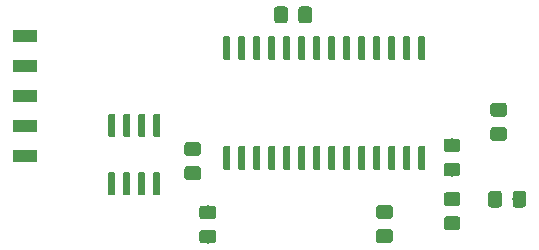
<source format=gbr>
G04 #@! TF.GenerationSoftware,KiCad,Pcbnew,(5.1.4)-1*
G04 #@! TF.CreationDate,2021-07-02T22:09:11-07:00*
G04 #@! TF.ProjectId,RocketPi,526f636b-6574-4506-992e-6b696361645f,rev?*
G04 #@! TF.SameCoordinates,Original*
G04 #@! TF.FileFunction,Paste,Bot*
G04 #@! TF.FilePolarity,Positive*
%FSLAX46Y46*%
G04 Gerber Fmt 4.6, Leading zero omitted, Abs format (unit mm)*
G04 Created by KiCad (PCBNEW (5.1.4)-1) date 2021-07-02 22:09:11*
%MOMM*%
%LPD*%
G04 APERTURE LIST*
%ADD10C,0.100000*%
%ADD11C,1.150000*%
%ADD12C,0.600000*%
%ADD13R,2.000000X1.000000*%
G04 APERTURE END LIST*
D10*
G36*
X117009705Y-58497604D02*
G01*
X117033973Y-58501204D01*
X117057772Y-58507165D01*
X117080871Y-58515430D01*
X117103050Y-58525920D01*
X117124093Y-58538532D01*
X117143799Y-58553147D01*
X117161977Y-58569623D01*
X117178453Y-58587801D01*
X117193068Y-58607507D01*
X117205680Y-58628550D01*
X117216170Y-58650729D01*
X117224435Y-58673828D01*
X117230396Y-58697627D01*
X117233996Y-58721895D01*
X117235200Y-58746399D01*
X117235200Y-59396401D01*
X117233996Y-59420905D01*
X117230396Y-59445173D01*
X117224435Y-59468972D01*
X117216170Y-59492071D01*
X117205680Y-59514250D01*
X117193068Y-59535293D01*
X117178453Y-59554999D01*
X117161977Y-59573177D01*
X117143799Y-59589653D01*
X117124093Y-59604268D01*
X117103050Y-59616880D01*
X117080871Y-59627370D01*
X117057772Y-59635635D01*
X117033973Y-59641596D01*
X117009705Y-59645196D01*
X116985201Y-59646400D01*
X116085199Y-59646400D01*
X116060695Y-59645196D01*
X116036427Y-59641596D01*
X116012628Y-59635635D01*
X115989529Y-59627370D01*
X115967350Y-59616880D01*
X115946307Y-59604268D01*
X115926601Y-59589653D01*
X115908423Y-59573177D01*
X115891947Y-59554999D01*
X115877332Y-59535293D01*
X115864720Y-59514250D01*
X115854230Y-59492071D01*
X115845965Y-59468972D01*
X115840004Y-59445173D01*
X115836404Y-59420905D01*
X115835200Y-59396401D01*
X115835200Y-58746399D01*
X115836404Y-58721895D01*
X115840004Y-58697627D01*
X115845965Y-58673828D01*
X115854230Y-58650729D01*
X115864720Y-58628550D01*
X115877332Y-58607507D01*
X115891947Y-58587801D01*
X115908423Y-58569623D01*
X115926601Y-58553147D01*
X115946307Y-58538532D01*
X115967350Y-58525920D01*
X115989529Y-58515430D01*
X116012628Y-58507165D01*
X116036427Y-58501204D01*
X116060695Y-58497604D01*
X116085199Y-58496400D01*
X116985201Y-58496400D01*
X117009705Y-58497604D01*
X117009705Y-58497604D01*
G37*
D11*
X116535200Y-59071400D03*
D10*
G36*
X117009705Y-60547604D02*
G01*
X117033973Y-60551204D01*
X117057772Y-60557165D01*
X117080871Y-60565430D01*
X117103050Y-60575920D01*
X117124093Y-60588532D01*
X117143799Y-60603147D01*
X117161977Y-60619623D01*
X117178453Y-60637801D01*
X117193068Y-60657507D01*
X117205680Y-60678550D01*
X117216170Y-60700729D01*
X117224435Y-60723828D01*
X117230396Y-60747627D01*
X117233996Y-60771895D01*
X117235200Y-60796399D01*
X117235200Y-61446401D01*
X117233996Y-61470905D01*
X117230396Y-61495173D01*
X117224435Y-61518972D01*
X117216170Y-61542071D01*
X117205680Y-61564250D01*
X117193068Y-61585293D01*
X117178453Y-61604999D01*
X117161977Y-61623177D01*
X117143799Y-61639653D01*
X117124093Y-61654268D01*
X117103050Y-61666880D01*
X117080871Y-61677370D01*
X117057772Y-61685635D01*
X117033973Y-61691596D01*
X117009705Y-61695196D01*
X116985201Y-61696400D01*
X116085199Y-61696400D01*
X116060695Y-61695196D01*
X116036427Y-61691596D01*
X116012628Y-61685635D01*
X115989529Y-61677370D01*
X115967350Y-61666880D01*
X115946307Y-61654268D01*
X115926601Y-61639653D01*
X115908423Y-61623177D01*
X115891947Y-61604999D01*
X115877332Y-61585293D01*
X115864720Y-61564250D01*
X115854230Y-61542071D01*
X115845965Y-61518972D01*
X115840004Y-61495173D01*
X115836404Y-61470905D01*
X115835200Y-61446401D01*
X115835200Y-60796399D01*
X115836404Y-60771895D01*
X115840004Y-60747627D01*
X115845965Y-60723828D01*
X115854230Y-60700729D01*
X115864720Y-60678550D01*
X115877332Y-60657507D01*
X115891947Y-60637801D01*
X115908423Y-60619623D01*
X115926601Y-60603147D01*
X115946307Y-60588532D01*
X115967350Y-60575920D01*
X115989529Y-60565430D01*
X116012628Y-60557165D01*
X116036427Y-60551204D01*
X116060695Y-60547604D01*
X116085199Y-60546400D01*
X116985201Y-60546400D01*
X117009705Y-60547604D01*
X117009705Y-60547604D01*
G37*
D11*
X116535200Y-61121400D03*
D10*
G36*
X110197503Y-52847322D02*
G01*
X110212064Y-52849482D01*
X110226343Y-52853059D01*
X110240203Y-52858018D01*
X110253510Y-52864312D01*
X110266136Y-52871880D01*
X110277959Y-52880648D01*
X110288866Y-52890534D01*
X110298752Y-52901441D01*
X110307520Y-52913264D01*
X110315088Y-52925890D01*
X110321382Y-52939197D01*
X110326341Y-52953057D01*
X110329918Y-52967336D01*
X110332078Y-52981897D01*
X110332800Y-52996600D01*
X110332800Y-54746600D01*
X110332078Y-54761303D01*
X110329918Y-54775864D01*
X110326341Y-54790143D01*
X110321382Y-54804003D01*
X110315088Y-54817310D01*
X110307520Y-54829936D01*
X110298752Y-54841759D01*
X110288866Y-54852666D01*
X110277959Y-54862552D01*
X110266136Y-54871320D01*
X110253510Y-54878888D01*
X110240203Y-54885182D01*
X110226343Y-54890141D01*
X110212064Y-54893718D01*
X110197503Y-54895878D01*
X110182800Y-54896600D01*
X109882800Y-54896600D01*
X109868097Y-54895878D01*
X109853536Y-54893718D01*
X109839257Y-54890141D01*
X109825397Y-54885182D01*
X109812090Y-54878888D01*
X109799464Y-54871320D01*
X109787641Y-54862552D01*
X109776734Y-54852666D01*
X109766848Y-54841759D01*
X109758080Y-54829936D01*
X109750512Y-54817310D01*
X109744218Y-54804003D01*
X109739259Y-54790143D01*
X109735682Y-54775864D01*
X109733522Y-54761303D01*
X109732800Y-54746600D01*
X109732800Y-52996600D01*
X109733522Y-52981897D01*
X109735682Y-52967336D01*
X109739259Y-52953057D01*
X109744218Y-52939197D01*
X109750512Y-52925890D01*
X109758080Y-52913264D01*
X109766848Y-52901441D01*
X109776734Y-52890534D01*
X109787641Y-52880648D01*
X109799464Y-52871880D01*
X109812090Y-52864312D01*
X109825397Y-52858018D01*
X109839257Y-52853059D01*
X109853536Y-52849482D01*
X109868097Y-52847322D01*
X109882800Y-52846600D01*
X110182800Y-52846600D01*
X110197503Y-52847322D01*
X110197503Y-52847322D01*
G37*
D12*
X110032800Y-53871600D03*
D10*
G36*
X108927503Y-52847322D02*
G01*
X108942064Y-52849482D01*
X108956343Y-52853059D01*
X108970203Y-52858018D01*
X108983510Y-52864312D01*
X108996136Y-52871880D01*
X109007959Y-52880648D01*
X109018866Y-52890534D01*
X109028752Y-52901441D01*
X109037520Y-52913264D01*
X109045088Y-52925890D01*
X109051382Y-52939197D01*
X109056341Y-52953057D01*
X109059918Y-52967336D01*
X109062078Y-52981897D01*
X109062800Y-52996600D01*
X109062800Y-54746600D01*
X109062078Y-54761303D01*
X109059918Y-54775864D01*
X109056341Y-54790143D01*
X109051382Y-54804003D01*
X109045088Y-54817310D01*
X109037520Y-54829936D01*
X109028752Y-54841759D01*
X109018866Y-54852666D01*
X109007959Y-54862552D01*
X108996136Y-54871320D01*
X108983510Y-54878888D01*
X108970203Y-54885182D01*
X108956343Y-54890141D01*
X108942064Y-54893718D01*
X108927503Y-54895878D01*
X108912800Y-54896600D01*
X108612800Y-54896600D01*
X108598097Y-54895878D01*
X108583536Y-54893718D01*
X108569257Y-54890141D01*
X108555397Y-54885182D01*
X108542090Y-54878888D01*
X108529464Y-54871320D01*
X108517641Y-54862552D01*
X108506734Y-54852666D01*
X108496848Y-54841759D01*
X108488080Y-54829936D01*
X108480512Y-54817310D01*
X108474218Y-54804003D01*
X108469259Y-54790143D01*
X108465682Y-54775864D01*
X108463522Y-54761303D01*
X108462800Y-54746600D01*
X108462800Y-52996600D01*
X108463522Y-52981897D01*
X108465682Y-52967336D01*
X108469259Y-52953057D01*
X108474218Y-52939197D01*
X108480512Y-52925890D01*
X108488080Y-52913264D01*
X108496848Y-52901441D01*
X108506734Y-52890534D01*
X108517641Y-52880648D01*
X108529464Y-52871880D01*
X108542090Y-52864312D01*
X108555397Y-52858018D01*
X108569257Y-52853059D01*
X108583536Y-52849482D01*
X108598097Y-52847322D01*
X108612800Y-52846600D01*
X108912800Y-52846600D01*
X108927503Y-52847322D01*
X108927503Y-52847322D01*
G37*
D12*
X108762800Y-53871600D03*
D10*
G36*
X107657503Y-52847322D02*
G01*
X107672064Y-52849482D01*
X107686343Y-52853059D01*
X107700203Y-52858018D01*
X107713510Y-52864312D01*
X107726136Y-52871880D01*
X107737959Y-52880648D01*
X107748866Y-52890534D01*
X107758752Y-52901441D01*
X107767520Y-52913264D01*
X107775088Y-52925890D01*
X107781382Y-52939197D01*
X107786341Y-52953057D01*
X107789918Y-52967336D01*
X107792078Y-52981897D01*
X107792800Y-52996600D01*
X107792800Y-54746600D01*
X107792078Y-54761303D01*
X107789918Y-54775864D01*
X107786341Y-54790143D01*
X107781382Y-54804003D01*
X107775088Y-54817310D01*
X107767520Y-54829936D01*
X107758752Y-54841759D01*
X107748866Y-54852666D01*
X107737959Y-54862552D01*
X107726136Y-54871320D01*
X107713510Y-54878888D01*
X107700203Y-54885182D01*
X107686343Y-54890141D01*
X107672064Y-54893718D01*
X107657503Y-54895878D01*
X107642800Y-54896600D01*
X107342800Y-54896600D01*
X107328097Y-54895878D01*
X107313536Y-54893718D01*
X107299257Y-54890141D01*
X107285397Y-54885182D01*
X107272090Y-54878888D01*
X107259464Y-54871320D01*
X107247641Y-54862552D01*
X107236734Y-54852666D01*
X107226848Y-54841759D01*
X107218080Y-54829936D01*
X107210512Y-54817310D01*
X107204218Y-54804003D01*
X107199259Y-54790143D01*
X107195682Y-54775864D01*
X107193522Y-54761303D01*
X107192800Y-54746600D01*
X107192800Y-52996600D01*
X107193522Y-52981897D01*
X107195682Y-52967336D01*
X107199259Y-52953057D01*
X107204218Y-52939197D01*
X107210512Y-52925890D01*
X107218080Y-52913264D01*
X107226848Y-52901441D01*
X107236734Y-52890534D01*
X107247641Y-52880648D01*
X107259464Y-52871880D01*
X107272090Y-52864312D01*
X107285397Y-52858018D01*
X107299257Y-52853059D01*
X107313536Y-52849482D01*
X107328097Y-52847322D01*
X107342800Y-52846600D01*
X107642800Y-52846600D01*
X107657503Y-52847322D01*
X107657503Y-52847322D01*
G37*
D12*
X107492800Y-53871600D03*
D10*
G36*
X106387503Y-52847322D02*
G01*
X106402064Y-52849482D01*
X106416343Y-52853059D01*
X106430203Y-52858018D01*
X106443510Y-52864312D01*
X106456136Y-52871880D01*
X106467959Y-52880648D01*
X106478866Y-52890534D01*
X106488752Y-52901441D01*
X106497520Y-52913264D01*
X106505088Y-52925890D01*
X106511382Y-52939197D01*
X106516341Y-52953057D01*
X106519918Y-52967336D01*
X106522078Y-52981897D01*
X106522800Y-52996600D01*
X106522800Y-54746600D01*
X106522078Y-54761303D01*
X106519918Y-54775864D01*
X106516341Y-54790143D01*
X106511382Y-54804003D01*
X106505088Y-54817310D01*
X106497520Y-54829936D01*
X106488752Y-54841759D01*
X106478866Y-54852666D01*
X106467959Y-54862552D01*
X106456136Y-54871320D01*
X106443510Y-54878888D01*
X106430203Y-54885182D01*
X106416343Y-54890141D01*
X106402064Y-54893718D01*
X106387503Y-54895878D01*
X106372800Y-54896600D01*
X106072800Y-54896600D01*
X106058097Y-54895878D01*
X106043536Y-54893718D01*
X106029257Y-54890141D01*
X106015397Y-54885182D01*
X106002090Y-54878888D01*
X105989464Y-54871320D01*
X105977641Y-54862552D01*
X105966734Y-54852666D01*
X105956848Y-54841759D01*
X105948080Y-54829936D01*
X105940512Y-54817310D01*
X105934218Y-54804003D01*
X105929259Y-54790143D01*
X105925682Y-54775864D01*
X105923522Y-54761303D01*
X105922800Y-54746600D01*
X105922800Y-52996600D01*
X105923522Y-52981897D01*
X105925682Y-52967336D01*
X105929259Y-52953057D01*
X105934218Y-52939197D01*
X105940512Y-52925890D01*
X105948080Y-52913264D01*
X105956848Y-52901441D01*
X105966734Y-52890534D01*
X105977641Y-52880648D01*
X105989464Y-52871880D01*
X106002090Y-52864312D01*
X106015397Y-52858018D01*
X106029257Y-52853059D01*
X106043536Y-52849482D01*
X106058097Y-52847322D01*
X106072800Y-52846600D01*
X106372800Y-52846600D01*
X106387503Y-52847322D01*
X106387503Y-52847322D01*
G37*
D12*
X106222800Y-53871600D03*
D10*
G36*
X105117503Y-52847322D02*
G01*
X105132064Y-52849482D01*
X105146343Y-52853059D01*
X105160203Y-52858018D01*
X105173510Y-52864312D01*
X105186136Y-52871880D01*
X105197959Y-52880648D01*
X105208866Y-52890534D01*
X105218752Y-52901441D01*
X105227520Y-52913264D01*
X105235088Y-52925890D01*
X105241382Y-52939197D01*
X105246341Y-52953057D01*
X105249918Y-52967336D01*
X105252078Y-52981897D01*
X105252800Y-52996600D01*
X105252800Y-54746600D01*
X105252078Y-54761303D01*
X105249918Y-54775864D01*
X105246341Y-54790143D01*
X105241382Y-54804003D01*
X105235088Y-54817310D01*
X105227520Y-54829936D01*
X105218752Y-54841759D01*
X105208866Y-54852666D01*
X105197959Y-54862552D01*
X105186136Y-54871320D01*
X105173510Y-54878888D01*
X105160203Y-54885182D01*
X105146343Y-54890141D01*
X105132064Y-54893718D01*
X105117503Y-54895878D01*
X105102800Y-54896600D01*
X104802800Y-54896600D01*
X104788097Y-54895878D01*
X104773536Y-54893718D01*
X104759257Y-54890141D01*
X104745397Y-54885182D01*
X104732090Y-54878888D01*
X104719464Y-54871320D01*
X104707641Y-54862552D01*
X104696734Y-54852666D01*
X104686848Y-54841759D01*
X104678080Y-54829936D01*
X104670512Y-54817310D01*
X104664218Y-54804003D01*
X104659259Y-54790143D01*
X104655682Y-54775864D01*
X104653522Y-54761303D01*
X104652800Y-54746600D01*
X104652800Y-52996600D01*
X104653522Y-52981897D01*
X104655682Y-52967336D01*
X104659259Y-52953057D01*
X104664218Y-52939197D01*
X104670512Y-52925890D01*
X104678080Y-52913264D01*
X104686848Y-52901441D01*
X104696734Y-52890534D01*
X104707641Y-52880648D01*
X104719464Y-52871880D01*
X104732090Y-52864312D01*
X104745397Y-52858018D01*
X104759257Y-52853059D01*
X104773536Y-52849482D01*
X104788097Y-52847322D01*
X104802800Y-52846600D01*
X105102800Y-52846600D01*
X105117503Y-52847322D01*
X105117503Y-52847322D01*
G37*
D12*
X104952800Y-53871600D03*
D10*
G36*
X103847503Y-52847322D02*
G01*
X103862064Y-52849482D01*
X103876343Y-52853059D01*
X103890203Y-52858018D01*
X103903510Y-52864312D01*
X103916136Y-52871880D01*
X103927959Y-52880648D01*
X103938866Y-52890534D01*
X103948752Y-52901441D01*
X103957520Y-52913264D01*
X103965088Y-52925890D01*
X103971382Y-52939197D01*
X103976341Y-52953057D01*
X103979918Y-52967336D01*
X103982078Y-52981897D01*
X103982800Y-52996600D01*
X103982800Y-54746600D01*
X103982078Y-54761303D01*
X103979918Y-54775864D01*
X103976341Y-54790143D01*
X103971382Y-54804003D01*
X103965088Y-54817310D01*
X103957520Y-54829936D01*
X103948752Y-54841759D01*
X103938866Y-54852666D01*
X103927959Y-54862552D01*
X103916136Y-54871320D01*
X103903510Y-54878888D01*
X103890203Y-54885182D01*
X103876343Y-54890141D01*
X103862064Y-54893718D01*
X103847503Y-54895878D01*
X103832800Y-54896600D01*
X103532800Y-54896600D01*
X103518097Y-54895878D01*
X103503536Y-54893718D01*
X103489257Y-54890141D01*
X103475397Y-54885182D01*
X103462090Y-54878888D01*
X103449464Y-54871320D01*
X103437641Y-54862552D01*
X103426734Y-54852666D01*
X103416848Y-54841759D01*
X103408080Y-54829936D01*
X103400512Y-54817310D01*
X103394218Y-54804003D01*
X103389259Y-54790143D01*
X103385682Y-54775864D01*
X103383522Y-54761303D01*
X103382800Y-54746600D01*
X103382800Y-52996600D01*
X103383522Y-52981897D01*
X103385682Y-52967336D01*
X103389259Y-52953057D01*
X103394218Y-52939197D01*
X103400512Y-52925890D01*
X103408080Y-52913264D01*
X103416848Y-52901441D01*
X103426734Y-52890534D01*
X103437641Y-52880648D01*
X103449464Y-52871880D01*
X103462090Y-52864312D01*
X103475397Y-52858018D01*
X103489257Y-52853059D01*
X103503536Y-52849482D01*
X103518097Y-52847322D01*
X103532800Y-52846600D01*
X103832800Y-52846600D01*
X103847503Y-52847322D01*
X103847503Y-52847322D01*
G37*
D12*
X103682800Y-53871600D03*
D10*
G36*
X102577503Y-52847322D02*
G01*
X102592064Y-52849482D01*
X102606343Y-52853059D01*
X102620203Y-52858018D01*
X102633510Y-52864312D01*
X102646136Y-52871880D01*
X102657959Y-52880648D01*
X102668866Y-52890534D01*
X102678752Y-52901441D01*
X102687520Y-52913264D01*
X102695088Y-52925890D01*
X102701382Y-52939197D01*
X102706341Y-52953057D01*
X102709918Y-52967336D01*
X102712078Y-52981897D01*
X102712800Y-52996600D01*
X102712800Y-54746600D01*
X102712078Y-54761303D01*
X102709918Y-54775864D01*
X102706341Y-54790143D01*
X102701382Y-54804003D01*
X102695088Y-54817310D01*
X102687520Y-54829936D01*
X102678752Y-54841759D01*
X102668866Y-54852666D01*
X102657959Y-54862552D01*
X102646136Y-54871320D01*
X102633510Y-54878888D01*
X102620203Y-54885182D01*
X102606343Y-54890141D01*
X102592064Y-54893718D01*
X102577503Y-54895878D01*
X102562800Y-54896600D01*
X102262800Y-54896600D01*
X102248097Y-54895878D01*
X102233536Y-54893718D01*
X102219257Y-54890141D01*
X102205397Y-54885182D01*
X102192090Y-54878888D01*
X102179464Y-54871320D01*
X102167641Y-54862552D01*
X102156734Y-54852666D01*
X102146848Y-54841759D01*
X102138080Y-54829936D01*
X102130512Y-54817310D01*
X102124218Y-54804003D01*
X102119259Y-54790143D01*
X102115682Y-54775864D01*
X102113522Y-54761303D01*
X102112800Y-54746600D01*
X102112800Y-52996600D01*
X102113522Y-52981897D01*
X102115682Y-52967336D01*
X102119259Y-52953057D01*
X102124218Y-52939197D01*
X102130512Y-52925890D01*
X102138080Y-52913264D01*
X102146848Y-52901441D01*
X102156734Y-52890534D01*
X102167641Y-52880648D01*
X102179464Y-52871880D01*
X102192090Y-52864312D01*
X102205397Y-52858018D01*
X102219257Y-52853059D01*
X102233536Y-52849482D01*
X102248097Y-52847322D01*
X102262800Y-52846600D01*
X102562800Y-52846600D01*
X102577503Y-52847322D01*
X102577503Y-52847322D01*
G37*
D12*
X102412800Y-53871600D03*
D10*
G36*
X101307503Y-52847322D02*
G01*
X101322064Y-52849482D01*
X101336343Y-52853059D01*
X101350203Y-52858018D01*
X101363510Y-52864312D01*
X101376136Y-52871880D01*
X101387959Y-52880648D01*
X101398866Y-52890534D01*
X101408752Y-52901441D01*
X101417520Y-52913264D01*
X101425088Y-52925890D01*
X101431382Y-52939197D01*
X101436341Y-52953057D01*
X101439918Y-52967336D01*
X101442078Y-52981897D01*
X101442800Y-52996600D01*
X101442800Y-54746600D01*
X101442078Y-54761303D01*
X101439918Y-54775864D01*
X101436341Y-54790143D01*
X101431382Y-54804003D01*
X101425088Y-54817310D01*
X101417520Y-54829936D01*
X101408752Y-54841759D01*
X101398866Y-54852666D01*
X101387959Y-54862552D01*
X101376136Y-54871320D01*
X101363510Y-54878888D01*
X101350203Y-54885182D01*
X101336343Y-54890141D01*
X101322064Y-54893718D01*
X101307503Y-54895878D01*
X101292800Y-54896600D01*
X100992800Y-54896600D01*
X100978097Y-54895878D01*
X100963536Y-54893718D01*
X100949257Y-54890141D01*
X100935397Y-54885182D01*
X100922090Y-54878888D01*
X100909464Y-54871320D01*
X100897641Y-54862552D01*
X100886734Y-54852666D01*
X100876848Y-54841759D01*
X100868080Y-54829936D01*
X100860512Y-54817310D01*
X100854218Y-54804003D01*
X100849259Y-54790143D01*
X100845682Y-54775864D01*
X100843522Y-54761303D01*
X100842800Y-54746600D01*
X100842800Y-52996600D01*
X100843522Y-52981897D01*
X100845682Y-52967336D01*
X100849259Y-52953057D01*
X100854218Y-52939197D01*
X100860512Y-52925890D01*
X100868080Y-52913264D01*
X100876848Y-52901441D01*
X100886734Y-52890534D01*
X100897641Y-52880648D01*
X100909464Y-52871880D01*
X100922090Y-52864312D01*
X100935397Y-52858018D01*
X100949257Y-52853059D01*
X100963536Y-52849482D01*
X100978097Y-52847322D01*
X100992800Y-52846600D01*
X101292800Y-52846600D01*
X101307503Y-52847322D01*
X101307503Y-52847322D01*
G37*
D12*
X101142800Y-53871600D03*
D10*
G36*
X100037503Y-52847322D02*
G01*
X100052064Y-52849482D01*
X100066343Y-52853059D01*
X100080203Y-52858018D01*
X100093510Y-52864312D01*
X100106136Y-52871880D01*
X100117959Y-52880648D01*
X100128866Y-52890534D01*
X100138752Y-52901441D01*
X100147520Y-52913264D01*
X100155088Y-52925890D01*
X100161382Y-52939197D01*
X100166341Y-52953057D01*
X100169918Y-52967336D01*
X100172078Y-52981897D01*
X100172800Y-52996600D01*
X100172800Y-54746600D01*
X100172078Y-54761303D01*
X100169918Y-54775864D01*
X100166341Y-54790143D01*
X100161382Y-54804003D01*
X100155088Y-54817310D01*
X100147520Y-54829936D01*
X100138752Y-54841759D01*
X100128866Y-54852666D01*
X100117959Y-54862552D01*
X100106136Y-54871320D01*
X100093510Y-54878888D01*
X100080203Y-54885182D01*
X100066343Y-54890141D01*
X100052064Y-54893718D01*
X100037503Y-54895878D01*
X100022800Y-54896600D01*
X99722800Y-54896600D01*
X99708097Y-54895878D01*
X99693536Y-54893718D01*
X99679257Y-54890141D01*
X99665397Y-54885182D01*
X99652090Y-54878888D01*
X99639464Y-54871320D01*
X99627641Y-54862552D01*
X99616734Y-54852666D01*
X99606848Y-54841759D01*
X99598080Y-54829936D01*
X99590512Y-54817310D01*
X99584218Y-54804003D01*
X99579259Y-54790143D01*
X99575682Y-54775864D01*
X99573522Y-54761303D01*
X99572800Y-54746600D01*
X99572800Y-52996600D01*
X99573522Y-52981897D01*
X99575682Y-52967336D01*
X99579259Y-52953057D01*
X99584218Y-52939197D01*
X99590512Y-52925890D01*
X99598080Y-52913264D01*
X99606848Y-52901441D01*
X99616734Y-52890534D01*
X99627641Y-52880648D01*
X99639464Y-52871880D01*
X99652090Y-52864312D01*
X99665397Y-52858018D01*
X99679257Y-52853059D01*
X99693536Y-52849482D01*
X99708097Y-52847322D01*
X99722800Y-52846600D01*
X100022800Y-52846600D01*
X100037503Y-52847322D01*
X100037503Y-52847322D01*
G37*
D12*
X99872800Y-53871600D03*
D10*
G36*
X98767503Y-52847322D02*
G01*
X98782064Y-52849482D01*
X98796343Y-52853059D01*
X98810203Y-52858018D01*
X98823510Y-52864312D01*
X98836136Y-52871880D01*
X98847959Y-52880648D01*
X98858866Y-52890534D01*
X98868752Y-52901441D01*
X98877520Y-52913264D01*
X98885088Y-52925890D01*
X98891382Y-52939197D01*
X98896341Y-52953057D01*
X98899918Y-52967336D01*
X98902078Y-52981897D01*
X98902800Y-52996600D01*
X98902800Y-54746600D01*
X98902078Y-54761303D01*
X98899918Y-54775864D01*
X98896341Y-54790143D01*
X98891382Y-54804003D01*
X98885088Y-54817310D01*
X98877520Y-54829936D01*
X98868752Y-54841759D01*
X98858866Y-54852666D01*
X98847959Y-54862552D01*
X98836136Y-54871320D01*
X98823510Y-54878888D01*
X98810203Y-54885182D01*
X98796343Y-54890141D01*
X98782064Y-54893718D01*
X98767503Y-54895878D01*
X98752800Y-54896600D01*
X98452800Y-54896600D01*
X98438097Y-54895878D01*
X98423536Y-54893718D01*
X98409257Y-54890141D01*
X98395397Y-54885182D01*
X98382090Y-54878888D01*
X98369464Y-54871320D01*
X98357641Y-54862552D01*
X98346734Y-54852666D01*
X98336848Y-54841759D01*
X98328080Y-54829936D01*
X98320512Y-54817310D01*
X98314218Y-54804003D01*
X98309259Y-54790143D01*
X98305682Y-54775864D01*
X98303522Y-54761303D01*
X98302800Y-54746600D01*
X98302800Y-52996600D01*
X98303522Y-52981897D01*
X98305682Y-52967336D01*
X98309259Y-52953057D01*
X98314218Y-52939197D01*
X98320512Y-52925890D01*
X98328080Y-52913264D01*
X98336848Y-52901441D01*
X98346734Y-52890534D01*
X98357641Y-52880648D01*
X98369464Y-52871880D01*
X98382090Y-52864312D01*
X98395397Y-52858018D01*
X98409257Y-52853059D01*
X98423536Y-52849482D01*
X98438097Y-52847322D01*
X98452800Y-52846600D01*
X98752800Y-52846600D01*
X98767503Y-52847322D01*
X98767503Y-52847322D01*
G37*
D12*
X98602800Y-53871600D03*
D10*
G36*
X97497503Y-52847322D02*
G01*
X97512064Y-52849482D01*
X97526343Y-52853059D01*
X97540203Y-52858018D01*
X97553510Y-52864312D01*
X97566136Y-52871880D01*
X97577959Y-52880648D01*
X97588866Y-52890534D01*
X97598752Y-52901441D01*
X97607520Y-52913264D01*
X97615088Y-52925890D01*
X97621382Y-52939197D01*
X97626341Y-52953057D01*
X97629918Y-52967336D01*
X97632078Y-52981897D01*
X97632800Y-52996600D01*
X97632800Y-54746600D01*
X97632078Y-54761303D01*
X97629918Y-54775864D01*
X97626341Y-54790143D01*
X97621382Y-54804003D01*
X97615088Y-54817310D01*
X97607520Y-54829936D01*
X97598752Y-54841759D01*
X97588866Y-54852666D01*
X97577959Y-54862552D01*
X97566136Y-54871320D01*
X97553510Y-54878888D01*
X97540203Y-54885182D01*
X97526343Y-54890141D01*
X97512064Y-54893718D01*
X97497503Y-54895878D01*
X97482800Y-54896600D01*
X97182800Y-54896600D01*
X97168097Y-54895878D01*
X97153536Y-54893718D01*
X97139257Y-54890141D01*
X97125397Y-54885182D01*
X97112090Y-54878888D01*
X97099464Y-54871320D01*
X97087641Y-54862552D01*
X97076734Y-54852666D01*
X97066848Y-54841759D01*
X97058080Y-54829936D01*
X97050512Y-54817310D01*
X97044218Y-54804003D01*
X97039259Y-54790143D01*
X97035682Y-54775864D01*
X97033522Y-54761303D01*
X97032800Y-54746600D01*
X97032800Y-52996600D01*
X97033522Y-52981897D01*
X97035682Y-52967336D01*
X97039259Y-52953057D01*
X97044218Y-52939197D01*
X97050512Y-52925890D01*
X97058080Y-52913264D01*
X97066848Y-52901441D01*
X97076734Y-52890534D01*
X97087641Y-52880648D01*
X97099464Y-52871880D01*
X97112090Y-52864312D01*
X97125397Y-52858018D01*
X97139257Y-52853059D01*
X97153536Y-52849482D01*
X97168097Y-52847322D01*
X97182800Y-52846600D01*
X97482800Y-52846600D01*
X97497503Y-52847322D01*
X97497503Y-52847322D01*
G37*
D12*
X97332800Y-53871600D03*
D10*
G36*
X96227503Y-52847322D02*
G01*
X96242064Y-52849482D01*
X96256343Y-52853059D01*
X96270203Y-52858018D01*
X96283510Y-52864312D01*
X96296136Y-52871880D01*
X96307959Y-52880648D01*
X96318866Y-52890534D01*
X96328752Y-52901441D01*
X96337520Y-52913264D01*
X96345088Y-52925890D01*
X96351382Y-52939197D01*
X96356341Y-52953057D01*
X96359918Y-52967336D01*
X96362078Y-52981897D01*
X96362800Y-52996600D01*
X96362800Y-54746600D01*
X96362078Y-54761303D01*
X96359918Y-54775864D01*
X96356341Y-54790143D01*
X96351382Y-54804003D01*
X96345088Y-54817310D01*
X96337520Y-54829936D01*
X96328752Y-54841759D01*
X96318866Y-54852666D01*
X96307959Y-54862552D01*
X96296136Y-54871320D01*
X96283510Y-54878888D01*
X96270203Y-54885182D01*
X96256343Y-54890141D01*
X96242064Y-54893718D01*
X96227503Y-54895878D01*
X96212800Y-54896600D01*
X95912800Y-54896600D01*
X95898097Y-54895878D01*
X95883536Y-54893718D01*
X95869257Y-54890141D01*
X95855397Y-54885182D01*
X95842090Y-54878888D01*
X95829464Y-54871320D01*
X95817641Y-54862552D01*
X95806734Y-54852666D01*
X95796848Y-54841759D01*
X95788080Y-54829936D01*
X95780512Y-54817310D01*
X95774218Y-54804003D01*
X95769259Y-54790143D01*
X95765682Y-54775864D01*
X95763522Y-54761303D01*
X95762800Y-54746600D01*
X95762800Y-52996600D01*
X95763522Y-52981897D01*
X95765682Y-52967336D01*
X95769259Y-52953057D01*
X95774218Y-52939197D01*
X95780512Y-52925890D01*
X95788080Y-52913264D01*
X95796848Y-52901441D01*
X95806734Y-52890534D01*
X95817641Y-52880648D01*
X95829464Y-52871880D01*
X95842090Y-52864312D01*
X95855397Y-52858018D01*
X95869257Y-52853059D01*
X95883536Y-52849482D01*
X95898097Y-52847322D01*
X95912800Y-52846600D01*
X96212800Y-52846600D01*
X96227503Y-52847322D01*
X96227503Y-52847322D01*
G37*
D12*
X96062800Y-53871600D03*
D10*
G36*
X94957503Y-52847322D02*
G01*
X94972064Y-52849482D01*
X94986343Y-52853059D01*
X95000203Y-52858018D01*
X95013510Y-52864312D01*
X95026136Y-52871880D01*
X95037959Y-52880648D01*
X95048866Y-52890534D01*
X95058752Y-52901441D01*
X95067520Y-52913264D01*
X95075088Y-52925890D01*
X95081382Y-52939197D01*
X95086341Y-52953057D01*
X95089918Y-52967336D01*
X95092078Y-52981897D01*
X95092800Y-52996600D01*
X95092800Y-54746600D01*
X95092078Y-54761303D01*
X95089918Y-54775864D01*
X95086341Y-54790143D01*
X95081382Y-54804003D01*
X95075088Y-54817310D01*
X95067520Y-54829936D01*
X95058752Y-54841759D01*
X95048866Y-54852666D01*
X95037959Y-54862552D01*
X95026136Y-54871320D01*
X95013510Y-54878888D01*
X95000203Y-54885182D01*
X94986343Y-54890141D01*
X94972064Y-54893718D01*
X94957503Y-54895878D01*
X94942800Y-54896600D01*
X94642800Y-54896600D01*
X94628097Y-54895878D01*
X94613536Y-54893718D01*
X94599257Y-54890141D01*
X94585397Y-54885182D01*
X94572090Y-54878888D01*
X94559464Y-54871320D01*
X94547641Y-54862552D01*
X94536734Y-54852666D01*
X94526848Y-54841759D01*
X94518080Y-54829936D01*
X94510512Y-54817310D01*
X94504218Y-54804003D01*
X94499259Y-54790143D01*
X94495682Y-54775864D01*
X94493522Y-54761303D01*
X94492800Y-54746600D01*
X94492800Y-52996600D01*
X94493522Y-52981897D01*
X94495682Y-52967336D01*
X94499259Y-52953057D01*
X94504218Y-52939197D01*
X94510512Y-52925890D01*
X94518080Y-52913264D01*
X94526848Y-52901441D01*
X94536734Y-52890534D01*
X94547641Y-52880648D01*
X94559464Y-52871880D01*
X94572090Y-52864312D01*
X94585397Y-52858018D01*
X94599257Y-52853059D01*
X94613536Y-52849482D01*
X94628097Y-52847322D01*
X94642800Y-52846600D01*
X94942800Y-52846600D01*
X94957503Y-52847322D01*
X94957503Y-52847322D01*
G37*
D12*
X94792800Y-53871600D03*
D10*
G36*
X93687503Y-52847322D02*
G01*
X93702064Y-52849482D01*
X93716343Y-52853059D01*
X93730203Y-52858018D01*
X93743510Y-52864312D01*
X93756136Y-52871880D01*
X93767959Y-52880648D01*
X93778866Y-52890534D01*
X93788752Y-52901441D01*
X93797520Y-52913264D01*
X93805088Y-52925890D01*
X93811382Y-52939197D01*
X93816341Y-52953057D01*
X93819918Y-52967336D01*
X93822078Y-52981897D01*
X93822800Y-52996600D01*
X93822800Y-54746600D01*
X93822078Y-54761303D01*
X93819918Y-54775864D01*
X93816341Y-54790143D01*
X93811382Y-54804003D01*
X93805088Y-54817310D01*
X93797520Y-54829936D01*
X93788752Y-54841759D01*
X93778866Y-54852666D01*
X93767959Y-54862552D01*
X93756136Y-54871320D01*
X93743510Y-54878888D01*
X93730203Y-54885182D01*
X93716343Y-54890141D01*
X93702064Y-54893718D01*
X93687503Y-54895878D01*
X93672800Y-54896600D01*
X93372800Y-54896600D01*
X93358097Y-54895878D01*
X93343536Y-54893718D01*
X93329257Y-54890141D01*
X93315397Y-54885182D01*
X93302090Y-54878888D01*
X93289464Y-54871320D01*
X93277641Y-54862552D01*
X93266734Y-54852666D01*
X93256848Y-54841759D01*
X93248080Y-54829936D01*
X93240512Y-54817310D01*
X93234218Y-54804003D01*
X93229259Y-54790143D01*
X93225682Y-54775864D01*
X93223522Y-54761303D01*
X93222800Y-54746600D01*
X93222800Y-52996600D01*
X93223522Y-52981897D01*
X93225682Y-52967336D01*
X93229259Y-52953057D01*
X93234218Y-52939197D01*
X93240512Y-52925890D01*
X93248080Y-52913264D01*
X93256848Y-52901441D01*
X93266734Y-52890534D01*
X93277641Y-52880648D01*
X93289464Y-52871880D01*
X93302090Y-52864312D01*
X93315397Y-52858018D01*
X93329257Y-52853059D01*
X93343536Y-52849482D01*
X93358097Y-52847322D01*
X93372800Y-52846600D01*
X93672800Y-52846600D01*
X93687503Y-52847322D01*
X93687503Y-52847322D01*
G37*
D12*
X93522800Y-53871600D03*
D10*
G36*
X93687503Y-62147322D02*
G01*
X93702064Y-62149482D01*
X93716343Y-62153059D01*
X93730203Y-62158018D01*
X93743510Y-62164312D01*
X93756136Y-62171880D01*
X93767959Y-62180648D01*
X93778866Y-62190534D01*
X93788752Y-62201441D01*
X93797520Y-62213264D01*
X93805088Y-62225890D01*
X93811382Y-62239197D01*
X93816341Y-62253057D01*
X93819918Y-62267336D01*
X93822078Y-62281897D01*
X93822800Y-62296600D01*
X93822800Y-64046600D01*
X93822078Y-64061303D01*
X93819918Y-64075864D01*
X93816341Y-64090143D01*
X93811382Y-64104003D01*
X93805088Y-64117310D01*
X93797520Y-64129936D01*
X93788752Y-64141759D01*
X93778866Y-64152666D01*
X93767959Y-64162552D01*
X93756136Y-64171320D01*
X93743510Y-64178888D01*
X93730203Y-64185182D01*
X93716343Y-64190141D01*
X93702064Y-64193718D01*
X93687503Y-64195878D01*
X93672800Y-64196600D01*
X93372800Y-64196600D01*
X93358097Y-64195878D01*
X93343536Y-64193718D01*
X93329257Y-64190141D01*
X93315397Y-64185182D01*
X93302090Y-64178888D01*
X93289464Y-64171320D01*
X93277641Y-64162552D01*
X93266734Y-64152666D01*
X93256848Y-64141759D01*
X93248080Y-64129936D01*
X93240512Y-64117310D01*
X93234218Y-64104003D01*
X93229259Y-64090143D01*
X93225682Y-64075864D01*
X93223522Y-64061303D01*
X93222800Y-64046600D01*
X93222800Y-62296600D01*
X93223522Y-62281897D01*
X93225682Y-62267336D01*
X93229259Y-62253057D01*
X93234218Y-62239197D01*
X93240512Y-62225890D01*
X93248080Y-62213264D01*
X93256848Y-62201441D01*
X93266734Y-62190534D01*
X93277641Y-62180648D01*
X93289464Y-62171880D01*
X93302090Y-62164312D01*
X93315397Y-62158018D01*
X93329257Y-62153059D01*
X93343536Y-62149482D01*
X93358097Y-62147322D01*
X93372800Y-62146600D01*
X93672800Y-62146600D01*
X93687503Y-62147322D01*
X93687503Y-62147322D01*
G37*
D12*
X93522800Y-63171600D03*
D10*
G36*
X94957503Y-62147322D02*
G01*
X94972064Y-62149482D01*
X94986343Y-62153059D01*
X95000203Y-62158018D01*
X95013510Y-62164312D01*
X95026136Y-62171880D01*
X95037959Y-62180648D01*
X95048866Y-62190534D01*
X95058752Y-62201441D01*
X95067520Y-62213264D01*
X95075088Y-62225890D01*
X95081382Y-62239197D01*
X95086341Y-62253057D01*
X95089918Y-62267336D01*
X95092078Y-62281897D01*
X95092800Y-62296600D01*
X95092800Y-64046600D01*
X95092078Y-64061303D01*
X95089918Y-64075864D01*
X95086341Y-64090143D01*
X95081382Y-64104003D01*
X95075088Y-64117310D01*
X95067520Y-64129936D01*
X95058752Y-64141759D01*
X95048866Y-64152666D01*
X95037959Y-64162552D01*
X95026136Y-64171320D01*
X95013510Y-64178888D01*
X95000203Y-64185182D01*
X94986343Y-64190141D01*
X94972064Y-64193718D01*
X94957503Y-64195878D01*
X94942800Y-64196600D01*
X94642800Y-64196600D01*
X94628097Y-64195878D01*
X94613536Y-64193718D01*
X94599257Y-64190141D01*
X94585397Y-64185182D01*
X94572090Y-64178888D01*
X94559464Y-64171320D01*
X94547641Y-64162552D01*
X94536734Y-64152666D01*
X94526848Y-64141759D01*
X94518080Y-64129936D01*
X94510512Y-64117310D01*
X94504218Y-64104003D01*
X94499259Y-64090143D01*
X94495682Y-64075864D01*
X94493522Y-64061303D01*
X94492800Y-64046600D01*
X94492800Y-62296600D01*
X94493522Y-62281897D01*
X94495682Y-62267336D01*
X94499259Y-62253057D01*
X94504218Y-62239197D01*
X94510512Y-62225890D01*
X94518080Y-62213264D01*
X94526848Y-62201441D01*
X94536734Y-62190534D01*
X94547641Y-62180648D01*
X94559464Y-62171880D01*
X94572090Y-62164312D01*
X94585397Y-62158018D01*
X94599257Y-62153059D01*
X94613536Y-62149482D01*
X94628097Y-62147322D01*
X94642800Y-62146600D01*
X94942800Y-62146600D01*
X94957503Y-62147322D01*
X94957503Y-62147322D01*
G37*
D12*
X94792800Y-63171600D03*
D10*
G36*
X96227503Y-62147322D02*
G01*
X96242064Y-62149482D01*
X96256343Y-62153059D01*
X96270203Y-62158018D01*
X96283510Y-62164312D01*
X96296136Y-62171880D01*
X96307959Y-62180648D01*
X96318866Y-62190534D01*
X96328752Y-62201441D01*
X96337520Y-62213264D01*
X96345088Y-62225890D01*
X96351382Y-62239197D01*
X96356341Y-62253057D01*
X96359918Y-62267336D01*
X96362078Y-62281897D01*
X96362800Y-62296600D01*
X96362800Y-64046600D01*
X96362078Y-64061303D01*
X96359918Y-64075864D01*
X96356341Y-64090143D01*
X96351382Y-64104003D01*
X96345088Y-64117310D01*
X96337520Y-64129936D01*
X96328752Y-64141759D01*
X96318866Y-64152666D01*
X96307959Y-64162552D01*
X96296136Y-64171320D01*
X96283510Y-64178888D01*
X96270203Y-64185182D01*
X96256343Y-64190141D01*
X96242064Y-64193718D01*
X96227503Y-64195878D01*
X96212800Y-64196600D01*
X95912800Y-64196600D01*
X95898097Y-64195878D01*
X95883536Y-64193718D01*
X95869257Y-64190141D01*
X95855397Y-64185182D01*
X95842090Y-64178888D01*
X95829464Y-64171320D01*
X95817641Y-64162552D01*
X95806734Y-64152666D01*
X95796848Y-64141759D01*
X95788080Y-64129936D01*
X95780512Y-64117310D01*
X95774218Y-64104003D01*
X95769259Y-64090143D01*
X95765682Y-64075864D01*
X95763522Y-64061303D01*
X95762800Y-64046600D01*
X95762800Y-62296600D01*
X95763522Y-62281897D01*
X95765682Y-62267336D01*
X95769259Y-62253057D01*
X95774218Y-62239197D01*
X95780512Y-62225890D01*
X95788080Y-62213264D01*
X95796848Y-62201441D01*
X95806734Y-62190534D01*
X95817641Y-62180648D01*
X95829464Y-62171880D01*
X95842090Y-62164312D01*
X95855397Y-62158018D01*
X95869257Y-62153059D01*
X95883536Y-62149482D01*
X95898097Y-62147322D01*
X95912800Y-62146600D01*
X96212800Y-62146600D01*
X96227503Y-62147322D01*
X96227503Y-62147322D01*
G37*
D12*
X96062800Y-63171600D03*
D10*
G36*
X97497503Y-62147322D02*
G01*
X97512064Y-62149482D01*
X97526343Y-62153059D01*
X97540203Y-62158018D01*
X97553510Y-62164312D01*
X97566136Y-62171880D01*
X97577959Y-62180648D01*
X97588866Y-62190534D01*
X97598752Y-62201441D01*
X97607520Y-62213264D01*
X97615088Y-62225890D01*
X97621382Y-62239197D01*
X97626341Y-62253057D01*
X97629918Y-62267336D01*
X97632078Y-62281897D01*
X97632800Y-62296600D01*
X97632800Y-64046600D01*
X97632078Y-64061303D01*
X97629918Y-64075864D01*
X97626341Y-64090143D01*
X97621382Y-64104003D01*
X97615088Y-64117310D01*
X97607520Y-64129936D01*
X97598752Y-64141759D01*
X97588866Y-64152666D01*
X97577959Y-64162552D01*
X97566136Y-64171320D01*
X97553510Y-64178888D01*
X97540203Y-64185182D01*
X97526343Y-64190141D01*
X97512064Y-64193718D01*
X97497503Y-64195878D01*
X97482800Y-64196600D01*
X97182800Y-64196600D01*
X97168097Y-64195878D01*
X97153536Y-64193718D01*
X97139257Y-64190141D01*
X97125397Y-64185182D01*
X97112090Y-64178888D01*
X97099464Y-64171320D01*
X97087641Y-64162552D01*
X97076734Y-64152666D01*
X97066848Y-64141759D01*
X97058080Y-64129936D01*
X97050512Y-64117310D01*
X97044218Y-64104003D01*
X97039259Y-64090143D01*
X97035682Y-64075864D01*
X97033522Y-64061303D01*
X97032800Y-64046600D01*
X97032800Y-62296600D01*
X97033522Y-62281897D01*
X97035682Y-62267336D01*
X97039259Y-62253057D01*
X97044218Y-62239197D01*
X97050512Y-62225890D01*
X97058080Y-62213264D01*
X97066848Y-62201441D01*
X97076734Y-62190534D01*
X97087641Y-62180648D01*
X97099464Y-62171880D01*
X97112090Y-62164312D01*
X97125397Y-62158018D01*
X97139257Y-62153059D01*
X97153536Y-62149482D01*
X97168097Y-62147322D01*
X97182800Y-62146600D01*
X97482800Y-62146600D01*
X97497503Y-62147322D01*
X97497503Y-62147322D01*
G37*
D12*
X97332800Y-63171600D03*
D10*
G36*
X98767503Y-62147322D02*
G01*
X98782064Y-62149482D01*
X98796343Y-62153059D01*
X98810203Y-62158018D01*
X98823510Y-62164312D01*
X98836136Y-62171880D01*
X98847959Y-62180648D01*
X98858866Y-62190534D01*
X98868752Y-62201441D01*
X98877520Y-62213264D01*
X98885088Y-62225890D01*
X98891382Y-62239197D01*
X98896341Y-62253057D01*
X98899918Y-62267336D01*
X98902078Y-62281897D01*
X98902800Y-62296600D01*
X98902800Y-64046600D01*
X98902078Y-64061303D01*
X98899918Y-64075864D01*
X98896341Y-64090143D01*
X98891382Y-64104003D01*
X98885088Y-64117310D01*
X98877520Y-64129936D01*
X98868752Y-64141759D01*
X98858866Y-64152666D01*
X98847959Y-64162552D01*
X98836136Y-64171320D01*
X98823510Y-64178888D01*
X98810203Y-64185182D01*
X98796343Y-64190141D01*
X98782064Y-64193718D01*
X98767503Y-64195878D01*
X98752800Y-64196600D01*
X98452800Y-64196600D01*
X98438097Y-64195878D01*
X98423536Y-64193718D01*
X98409257Y-64190141D01*
X98395397Y-64185182D01*
X98382090Y-64178888D01*
X98369464Y-64171320D01*
X98357641Y-64162552D01*
X98346734Y-64152666D01*
X98336848Y-64141759D01*
X98328080Y-64129936D01*
X98320512Y-64117310D01*
X98314218Y-64104003D01*
X98309259Y-64090143D01*
X98305682Y-64075864D01*
X98303522Y-64061303D01*
X98302800Y-64046600D01*
X98302800Y-62296600D01*
X98303522Y-62281897D01*
X98305682Y-62267336D01*
X98309259Y-62253057D01*
X98314218Y-62239197D01*
X98320512Y-62225890D01*
X98328080Y-62213264D01*
X98336848Y-62201441D01*
X98346734Y-62190534D01*
X98357641Y-62180648D01*
X98369464Y-62171880D01*
X98382090Y-62164312D01*
X98395397Y-62158018D01*
X98409257Y-62153059D01*
X98423536Y-62149482D01*
X98438097Y-62147322D01*
X98452800Y-62146600D01*
X98752800Y-62146600D01*
X98767503Y-62147322D01*
X98767503Y-62147322D01*
G37*
D12*
X98602800Y-63171600D03*
D10*
G36*
X100037503Y-62147322D02*
G01*
X100052064Y-62149482D01*
X100066343Y-62153059D01*
X100080203Y-62158018D01*
X100093510Y-62164312D01*
X100106136Y-62171880D01*
X100117959Y-62180648D01*
X100128866Y-62190534D01*
X100138752Y-62201441D01*
X100147520Y-62213264D01*
X100155088Y-62225890D01*
X100161382Y-62239197D01*
X100166341Y-62253057D01*
X100169918Y-62267336D01*
X100172078Y-62281897D01*
X100172800Y-62296600D01*
X100172800Y-64046600D01*
X100172078Y-64061303D01*
X100169918Y-64075864D01*
X100166341Y-64090143D01*
X100161382Y-64104003D01*
X100155088Y-64117310D01*
X100147520Y-64129936D01*
X100138752Y-64141759D01*
X100128866Y-64152666D01*
X100117959Y-64162552D01*
X100106136Y-64171320D01*
X100093510Y-64178888D01*
X100080203Y-64185182D01*
X100066343Y-64190141D01*
X100052064Y-64193718D01*
X100037503Y-64195878D01*
X100022800Y-64196600D01*
X99722800Y-64196600D01*
X99708097Y-64195878D01*
X99693536Y-64193718D01*
X99679257Y-64190141D01*
X99665397Y-64185182D01*
X99652090Y-64178888D01*
X99639464Y-64171320D01*
X99627641Y-64162552D01*
X99616734Y-64152666D01*
X99606848Y-64141759D01*
X99598080Y-64129936D01*
X99590512Y-64117310D01*
X99584218Y-64104003D01*
X99579259Y-64090143D01*
X99575682Y-64075864D01*
X99573522Y-64061303D01*
X99572800Y-64046600D01*
X99572800Y-62296600D01*
X99573522Y-62281897D01*
X99575682Y-62267336D01*
X99579259Y-62253057D01*
X99584218Y-62239197D01*
X99590512Y-62225890D01*
X99598080Y-62213264D01*
X99606848Y-62201441D01*
X99616734Y-62190534D01*
X99627641Y-62180648D01*
X99639464Y-62171880D01*
X99652090Y-62164312D01*
X99665397Y-62158018D01*
X99679257Y-62153059D01*
X99693536Y-62149482D01*
X99708097Y-62147322D01*
X99722800Y-62146600D01*
X100022800Y-62146600D01*
X100037503Y-62147322D01*
X100037503Y-62147322D01*
G37*
D12*
X99872800Y-63171600D03*
D10*
G36*
X101307503Y-62147322D02*
G01*
X101322064Y-62149482D01*
X101336343Y-62153059D01*
X101350203Y-62158018D01*
X101363510Y-62164312D01*
X101376136Y-62171880D01*
X101387959Y-62180648D01*
X101398866Y-62190534D01*
X101408752Y-62201441D01*
X101417520Y-62213264D01*
X101425088Y-62225890D01*
X101431382Y-62239197D01*
X101436341Y-62253057D01*
X101439918Y-62267336D01*
X101442078Y-62281897D01*
X101442800Y-62296600D01*
X101442800Y-64046600D01*
X101442078Y-64061303D01*
X101439918Y-64075864D01*
X101436341Y-64090143D01*
X101431382Y-64104003D01*
X101425088Y-64117310D01*
X101417520Y-64129936D01*
X101408752Y-64141759D01*
X101398866Y-64152666D01*
X101387959Y-64162552D01*
X101376136Y-64171320D01*
X101363510Y-64178888D01*
X101350203Y-64185182D01*
X101336343Y-64190141D01*
X101322064Y-64193718D01*
X101307503Y-64195878D01*
X101292800Y-64196600D01*
X100992800Y-64196600D01*
X100978097Y-64195878D01*
X100963536Y-64193718D01*
X100949257Y-64190141D01*
X100935397Y-64185182D01*
X100922090Y-64178888D01*
X100909464Y-64171320D01*
X100897641Y-64162552D01*
X100886734Y-64152666D01*
X100876848Y-64141759D01*
X100868080Y-64129936D01*
X100860512Y-64117310D01*
X100854218Y-64104003D01*
X100849259Y-64090143D01*
X100845682Y-64075864D01*
X100843522Y-64061303D01*
X100842800Y-64046600D01*
X100842800Y-62296600D01*
X100843522Y-62281897D01*
X100845682Y-62267336D01*
X100849259Y-62253057D01*
X100854218Y-62239197D01*
X100860512Y-62225890D01*
X100868080Y-62213264D01*
X100876848Y-62201441D01*
X100886734Y-62190534D01*
X100897641Y-62180648D01*
X100909464Y-62171880D01*
X100922090Y-62164312D01*
X100935397Y-62158018D01*
X100949257Y-62153059D01*
X100963536Y-62149482D01*
X100978097Y-62147322D01*
X100992800Y-62146600D01*
X101292800Y-62146600D01*
X101307503Y-62147322D01*
X101307503Y-62147322D01*
G37*
D12*
X101142800Y-63171600D03*
D10*
G36*
X102577503Y-62147322D02*
G01*
X102592064Y-62149482D01*
X102606343Y-62153059D01*
X102620203Y-62158018D01*
X102633510Y-62164312D01*
X102646136Y-62171880D01*
X102657959Y-62180648D01*
X102668866Y-62190534D01*
X102678752Y-62201441D01*
X102687520Y-62213264D01*
X102695088Y-62225890D01*
X102701382Y-62239197D01*
X102706341Y-62253057D01*
X102709918Y-62267336D01*
X102712078Y-62281897D01*
X102712800Y-62296600D01*
X102712800Y-64046600D01*
X102712078Y-64061303D01*
X102709918Y-64075864D01*
X102706341Y-64090143D01*
X102701382Y-64104003D01*
X102695088Y-64117310D01*
X102687520Y-64129936D01*
X102678752Y-64141759D01*
X102668866Y-64152666D01*
X102657959Y-64162552D01*
X102646136Y-64171320D01*
X102633510Y-64178888D01*
X102620203Y-64185182D01*
X102606343Y-64190141D01*
X102592064Y-64193718D01*
X102577503Y-64195878D01*
X102562800Y-64196600D01*
X102262800Y-64196600D01*
X102248097Y-64195878D01*
X102233536Y-64193718D01*
X102219257Y-64190141D01*
X102205397Y-64185182D01*
X102192090Y-64178888D01*
X102179464Y-64171320D01*
X102167641Y-64162552D01*
X102156734Y-64152666D01*
X102146848Y-64141759D01*
X102138080Y-64129936D01*
X102130512Y-64117310D01*
X102124218Y-64104003D01*
X102119259Y-64090143D01*
X102115682Y-64075864D01*
X102113522Y-64061303D01*
X102112800Y-64046600D01*
X102112800Y-62296600D01*
X102113522Y-62281897D01*
X102115682Y-62267336D01*
X102119259Y-62253057D01*
X102124218Y-62239197D01*
X102130512Y-62225890D01*
X102138080Y-62213264D01*
X102146848Y-62201441D01*
X102156734Y-62190534D01*
X102167641Y-62180648D01*
X102179464Y-62171880D01*
X102192090Y-62164312D01*
X102205397Y-62158018D01*
X102219257Y-62153059D01*
X102233536Y-62149482D01*
X102248097Y-62147322D01*
X102262800Y-62146600D01*
X102562800Y-62146600D01*
X102577503Y-62147322D01*
X102577503Y-62147322D01*
G37*
D12*
X102412800Y-63171600D03*
D10*
G36*
X103847503Y-62147322D02*
G01*
X103862064Y-62149482D01*
X103876343Y-62153059D01*
X103890203Y-62158018D01*
X103903510Y-62164312D01*
X103916136Y-62171880D01*
X103927959Y-62180648D01*
X103938866Y-62190534D01*
X103948752Y-62201441D01*
X103957520Y-62213264D01*
X103965088Y-62225890D01*
X103971382Y-62239197D01*
X103976341Y-62253057D01*
X103979918Y-62267336D01*
X103982078Y-62281897D01*
X103982800Y-62296600D01*
X103982800Y-64046600D01*
X103982078Y-64061303D01*
X103979918Y-64075864D01*
X103976341Y-64090143D01*
X103971382Y-64104003D01*
X103965088Y-64117310D01*
X103957520Y-64129936D01*
X103948752Y-64141759D01*
X103938866Y-64152666D01*
X103927959Y-64162552D01*
X103916136Y-64171320D01*
X103903510Y-64178888D01*
X103890203Y-64185182D01*
X103876343Y-64190141D01*
X103862064Y-64193718D01*
X103847503Y-64195878D01*
X103832800Y-64196600D01*
X103532800Y-64196600D01*
X103518097Y-64195878D01*
X103503536Y-64193718D01*
X103489257Y-64190141D01*
X103475397Y-64185182D01*
X103462090Y-64178888D01*
X103449464Y-64171320D01*
X103437641Y-64162552D01*
X103426734Y-64152666D01*
X103416848Y-64141759D01*
X103408080Y-64129936D01*
X103400512Y-64117310D01*
X103394218Y-64104003D01*
X103389259Y-64090143D01*
X103385682Y-64075864D01*
X103383522Y-64061303D01*
X103382800Y-64046600D01*
X103382800Y-62296600D01*
X103383522Y-62281897D01*
X103385682Y-62267336D01*
X103389259Y-62253057D01*
X103394218Y-62239197D01*
X103400512Y-62225890D01*
X103408080Y-62213264D01*
X103416848Y-62201441D01*
X103426734Y-62190534D01*
X103437641Y-62180648D01*
X103449464Y-62171880D01*
X103462090Y-62164312D01*
X103475397Y-62158018D01*
X103489257Y-62153059D01*
X103503536Y-62149482D01*
X103518097Y-62147322D01*
X103532800Y-62146600D01*
X103832800Y-62146600D01*
X103847503Y-62147322D01*
X103847503Y-62147322D01*
G37*
D12*
X103682800Y-63171600D03*
D10*
G36*
X105117503Y-62147322D02*
G01*
X105132064Y-62149482D01*
X105146343Y-62153059D01*
X105160203Y-62158018D01*
X105173510Y-62164312D01*
X105186136Y-62171880D01*
X105197959Y-62180648D01*
X105208866Y-62190534D01*
X105218752Y-62201441D01*
X105227520Y-62213264D01*
X105235088Y-62225890D01*
X105241382Y-62239197D01*
X105246341Y-62253057D01*
X105249918Y-62267336D01*
X105252078Y-62281897D01*
X105252800Y-62296600D01*
X105252800Y-64046600D01*
X105252078Y-64061303D01*
X105249918Y-64075864D01*
X105246341Y-64090143D01*
X105241382Y-64104003D01*
X105235088Y-64117310D01*
X105227520Y-64129936D01*
X105218752Y-64141759D01*
X105208866Y-64152666D01*
X105197959Y-64162552D01*
X105186136Y-64171320D01*
X105173510Y-64178888D01*
X105160203Y-64185182D01*
X105146343Y-64190141D01*
X105132064Y-64193718D01*
X105117503Y-64195878D01*
X105102800Y-64196600D01*
X104802800Y-64196600D01*
X104788097Y-64195878D01*
X104773536Y-64193718D01*
X104759257Y-64190141D01*
X104745397Y-64185182D01*
X104732090Y-64178888D01*
X104719464Y-64171320D01*
X104707641Y-64162552D01*
X104696734Y-64152666D01*
X104686848Y-64141759D01*
X104678080Y-64129936D01*
X104670512Y-64117310D01*
X104664218Y-64104003D01*
X104659259Y-64090143D01*
X104655682Y-64075864D01*
X104653522Y-64061303D01*
X104652800Y-64046600D01*
X104652800Y-62296600D01*
X104653522Y-62281897D01*
X104655682Y-62267336D01*
X104659259Y-62253057D01*
X104664218Y-62239197D01*
X104670512Y-62225890D01*
X104678080Y-62213264D01*
X104686848Y-62201441D01*
X104696734Y-62190534D01*
X104707641Y-62180648D01*
X104719464Y-62171880D01*
X104732090Y-62164312D01*
X104745397Y-62158018D01*
X104759257Y-62153059D01*
X104773536Y-62149482D01*
X104788097Y-62147322D01*
X104802800Y-62146600D01*
X105102800Y-62146600D01*
X105117503Y-62147322D01*
X105117503Y-62147322D01*
G37*
D12*
X104952800Y-63171600D03*
D10*
G36*
X106387503Y-62147322D02*
G01*
X106402064Y-62149482D01*
X106416343Y-62153059D01*
X106430203Y-62158018D01*
X106443510Y-62164312D01*
X106456136Y-62171880D01*
X106467959Y-62180648D01*
X106478866Y-62190534D01*
X106488752Y-62201441D01*
X106497520Y-62213264D01*
X106505088Y-62225890D01*
X106511382Y-62239197D01*
X106516341Y-62253057D01*
X106519918Y-62267336D01*
X106522078Y-62281897D01*
X106522800Y-62296600D01*
X106522800Y-64046600D01*
X106522078Y-64061303D01*
X106519918Y-64075864D01*
X106516341Y-64090143D01*
X106511382Y-64104003D01*
X106505088Y-64117310D01*
X106497520Y-64129936D01*
X106488752Y-64141759D01*
X106478866Y-64152666D01*
X106467959Y-64162552D01*
X106456136Y-64171320D01*
X106443510Y-64178888D01*
X106430203Y-64185182D01*
X106416343Y-64190141D01*
X106402064Y-64193718D01*
X106387503Y-64195878D01*
X106372800Y-64196600D01*
X106072800Y-64196600D01*
X106058097Y-64195878D01*
X106043536Y-64193718D01*
X106029257Y-64190141D01*
X106015397Y-64185182D01*
X106002090Y-64178888D01*
X105989464Y-64171320D01*
X105977641Y-64162552D01*
X105966734Y-64152666D01*
X105956848Y-64141759D01*
X105948080Y-64129936D01*
X105940512Y-64117310D01*
X105934218Y-64104003D01*
X105929259Y-64090143D01*
X105925682Y-64075864D01*
X105923522Y-64061303D01*
X105922800Y-64046600D01*
X105922800Y-62296600D01*
X105923522Y-62281897D01*
X105925682Y-62267336D01*
X105929259Y-62253057D01*
X105934218Y-62239197D01*
X105940512Y-62225890D01*
X105948080Y-62213264D01*
X105956848Y-62201441D01*
X105966734Y-62190534D01*
X105977641Y-62180648D01*
X105989464Y-62171880D01*
X106002090Y-62164312D01*
X106015397Y-62158018D01*
X106029257Y-62153059D01*
X106043536Y-62149482D01*
X106058097Y-62147322D01*
X106072800Y-62146600D01*
X106372800Y-62146600D01*
X106387503Y-62147322D01*
X106387503Y-62147322D01*
G37*
D12*
X106222800Y-63171600D03*
D10*
G36*
X107657503Y-62147322D02*
G01*
X107672064Y-62149482D01*
X107686343Y-62153059D01*
X107700203Y-62158018D01*
X107713510Y-62164312D01*
X107726136Y-62171880D01*
X107737959Y-62180648D01*
X107748866Y-62190534D01*
X107758752Y-62201441D01*
X107767520Y-62213264D01*
X107775088Y-62225890D01*
X107781382Y-62239197D01*
X107786341Y-62253057D01*
X107789918Y-62267336D01*
X107792078Y-62281897D01*
X107792800Y-62296600D01*
X107792800Y-64046600D01*
X107792078Y-64061303D01*
X107789918Y-64075864D01*
X107786341Y-64090143D01*
X107781382Y-64104003D01*
X107775088Y-64117310D01*
X107767520Y-64129936D01*
X107758752Y-64141759D01*
X107748866Y-64152666D01*
X107737959Y-64162552D01*
X107726136Y-64171320D01*
X107713510Y-64178888D01*
X107700203Y-64185182D01*
X107686343Y-64190141D01*
X107672064Y-64193718D01*
X107657503Y-64195878D01*
X107642800Y-64196600D01*
X107342800Y-64196600D01*
X107328097Y-64195878D01*
X107313536Y-64193718D01*
X107299257Y-64190141D01*
X107285397Y-64185182D01*
X107272090Y-64178888D01*
X107259464Y-64171320D01*
X107247641Y-64162552D01*
X107236734Y-64152666D01*
X107226848Y-64141759D01*
X107218080Y-64129936D01*
X107210512Y-64117310D01*
X107204218Y-64104003D01*
X107199259Y-64090143D01*
X107195682Y-64075864D01*
X107193522Y-64061303D01*
X107192800Y-64046600D01*
X107192800Y-62296600D01*
X107193522Y-62281897D01*
X107195682Y-62267336D01*
X107199259Y-62253057D01*
X107204218Y-62239197D01*
X107210512Y-62225890D01*
X107218080Y-62213264D01*
X107226848Y-62201441D01*
X107236734Y-62190534D01*
X107247641Y-62180648D01*
X107259464Y-62171880D01*
X107272090Y-62164312D01*
X107285397Y-62158018D01*
X107299257Y-62153059D01*
X107313536Y-62149482D01*
X107328097Y-62147322D01*
X107342800Y-62146600D01*
X107642800Y-62146600D01*
X107657503Y-62147322D01*
X107657503Y-62147322D01*
G37*
D12*
X107492800Y-63171600D03*
D10*
G36*
X108927503Y-62147322D02*
G01*
X108942064Y-62149482D01*
X108956343Y-62153059D01*
X108970203Y-62158018D01*
X108983510Y-62164312D01*
X108996136Y-62171880D01*
X109007959Y-62180648D01*
X109018866Y-62190534D01*
X109028752Y-62201441D01*
X109037520Y-62213264D01*
X109045088Y-62225890D01*
X109051382Y-62239197D01*
X109056341Y-62253057D01*
X109059918Y-62267336D01*
X109062078Y-62281897D01*
X109062800Y-62296600D01*
X109062800Y-64046600D01*
X109062078Y-64061303D01*
X109059918Y-64075864D01*
X109056341Y-64090143D01*
X109051382Y-64104003D01*
X109045088Y-64117310D01*
X109037520Y-64129936D01*
X109028752Y-64141759D01*
X109018866Y-64152666D01*
X109007959Y-64162552D01*
X108996136Y-64171320D01*
X108983510Y-64178888D01*
X108970203Y-64185182D01*
X108956343Y-64190141D01*
X108942064Y-64193718D01*
X108927503Y-64195878D01*
X108912800Y-64196600D01*
X108612800Y-64196600D01*
X108598097Y-64195878D01*
X108583536Y-64193718D01*
X108569257Y-64190141D01*
X108555397Y-64185182D01*
X108542090Y-64178888D01*
X108529464Y-64171320D01*
X108517641Y-64162552D01*
X108506734Y-64152666D01*
X108496848Y-64141759D01*
X108488080Y-64129936D01*
X108480512Y-64117310D01*
X108474218Y-64104003D01*
X108469259Y-64090143D01*
X108465682Y-64075864D01*
X108463522Y-64061303D01*
X108462800Y-64046600D01*
X108462800Y-62296600D01*
X108463522Y-62281897D01*
X108465682Y-62267336D01*
X108469259Y-62253057D01*
X108474218Y-62239197D01*
X108480512Y-62225890D01*
X108488080Y-62213264D01*
X108496848Y-62201441D01*
X108506734Y-62190534D01*
X108517641Y-62180648D01*
X108529464Y-62171880D01*
X108542090Y-62164312D01*
X108555397Y-62158018D01*
X108569257Y-62153059D01*
X108583536Y-62149482D01*
X108598097Y-62147322D01*
X108612800Y-62146600D01*
X108912800Y-62146600D01*
X108927503Y-62147322D01*
X108927503Y-62147322D01*
G37*
D12*
X108762800Y-63171600D03*
D10*
G36*
X110197503Y-62147322D02*
G01*
X110212064Y-62149482D01*
X110226343Y-62153059D01*
X110240203Y-62158018D01*
X110253510Y-62164312D01*
X110266136Y-62171880D01*
X110277959Y-62180648D01*
X110288866Y-62190534D01*
X110298752Y-62201441D01*
X110307520Y-62213264D01*
X110315088Y-62225890D01*
X110321382Y-62239197D01*
X110326341Y-62253057D01*
X110329918Y-62267336D01*
X110332078Y-62281897D01*
X110332800Y-62296600D01*
X110332800Y-64046600D01*
X110332078Y-64061303D01*
X110329918Y-64075864D01*
X110326341Y-64090143D01*
X110321382Y-64104003D01*
X110315088Y-64117310D01*
X110307520Y-64129936D01*
X110298752Y-64141759D01*
X110288866Y-64152666D01*
X110277959Y-64162552D01*
X110266136Y-64171320D01*
X110253510Y-64178888D01*
X110240203Y-64185182D01*
X110226343Y-64190141D01*
X110212064Y-64193718D01*
X110197503Y-64195878D01*
X110182800Y-64196600D01*
X109882800Y-64196600D01*
X109868097Y-64195878D01*
X109853536Y-64193718D01*
X109839257Y-64190141D01*
X109825397Y-64185182D01*
X109812090Y-64178888D01*
X109799464Y-64171320D01*
X109787641Y-64162552D01*
X109776734Y-64152666D01*
X109766848Y-64141759D01*
X109758080Y-64129936D01*
X109750512Y-64117310D01*
X109744218Y-64104003D01*
X109739259Y-64090143D01*
X109735682Y-64075864D01*
X109733522Y-64061303D01*
X109732800Y-64046600D01*
X109732800Y-62296600D01*
X109733522Y-62281897D01*
X109735682Y-62267336D01*
X109739259Y-62253057D01*
X109744218Y-62239197D01*
X109750512Y-62225890D01*
X109758080Y-62213264D01*
X109766848Y-62201441D01*
X109776734Y-62190534D01*
X109787641Y-62180648D01*
X109799464Y-62171880D01*
X109812090Y-62164312D01*
X109825397Y-62158018D01*
X109839257Y-62153059D01*
X109853536Y-62149482D01*
X109868097Y-62147322D01*
X109882800Y-62146600D01*
X110182800Y-62146600D01*
X110197503Y-62147322D01*
X110197503Y-62147322D01*
G37*
D12*
X110032800Y-63171600D03*
D10*
G36*
X83933903Y-64365722D02*
G01*
X83948464Y-64367882D01*
X83962743Y-64371459D01*
X83976603Y-64376418D01*
X83989910Y-64382712D01*
X84002536Y-64390280D01*
X84014359Y-64399048D01*
X84025266Y-64408934D01*
X84035152Y-64419841D01*
X84043920Y-64431664D01*
X84051488Y-64444290D01*
X84057782Y-64457597D01*
X84062741Y-64471457D01*
X84066318Y-64485736D01*
X84068478Y-64500297D01*
X84069200Y-64515000D01*
X84069200Y-66165000D01*
X84068478Y-66179703D01*
X84066318Y-66194264D01*
X84062741Y-66208543D01*
X84057782Y-66222403D01*
X84051488Y-66235710D01*
X84043920Y-66248336D01*
X84035152Y-66260159D01*
X84025266Y-66271066D01*
X84014359Y-66280952D01*
X84002536Y-66289720D01*
X83989910Y-66297288D01*
X83976603Y-66303582D01*
X83962743Y-66308541D01*
X83948464Y-66312118D01*
X83933903Y-66314278D01*
X83919200Y-66315000D01*
X83619200Y-66315000D01*
X83604497Y-66314278D01*
X83589936Y-66312118D01*
X83575657Y-66308541D01*
X83561797Y-66303582D01*
X83548490Y-66297288D01*
X83535864Y-66289720D01*
X83524041Y-66280952D01*
X83513134Y-66271066D01*
X83503248Y-66260159D01*
X83494480Y-66248336D01*
X83486912Y-66235710D01*
X83480618Y-66222403D01*
X83475659Y-66208543D01*
X83472082Y-66194264D01*
X83469922Y-66179703D01*
X83469200Y-66165000D01*
X83469200Y-64515000D01*
X83469922Y-64500297D01*
X83472082Y-64485736D01*
X83475659Y-64471457D01*
X83480618Y-64457597D01*
X83486912Y-64444290D01*
X83494480Y-64431664D01*
X83503248Y-64419841D01*
X83513134Y-64408934D01*
X83524041Y-64399048D01*
X83535864Y-64390280D01*
X83548490Y-64382712D01*
X83561797Y-64376418D01*
X83575657Y-64371459D01*
X83589936Y-64367882D01*
X83604497Y-64365722D01*
X83619200Y-64365000D01*
X83919200Y-64365000D01*
X83933903Y-64365722D01*
X83933903Y-64365722D01*
G37*
D12*
X83769200Y-65340000D03*
D10*
G36*
X85203903Y-64365722D02*
G01*
X85218464Y-64367882D01*
X85232743Y-64371459D01*
X85246603Y-64376418D01*
X85259910Y-64382712D01*
X85272536Y-64390280D01*
X85284359Y-64399048D01*
X85295266Y-64408934D01*
X85305152Y-64419841D01*
X85313920Y-64431664D01*
X85321488Y-64444290D01*
X85327782Y-64457597D01*
X85332741Y-64471457D01*
X85336318Y-64485736D01*
X85338478Y-64500297D01*
X85339200Y-64515000D01*
X85339200Y-66165000D01*
X85338478Y-66179703D01*
X85336318Y-66194264D01*
X85332741Y-66208543D01*
X85327782Y-66222403D01*
X85321488Y-66235710D01*
X85313920Y-66248336D01*
X85305152Y-66260159D01*
X85295266Y-66271066D01*
X85284359Y-66280952D01*
X85272536Y-66289720D01*
X85259910Y-66297288D01*
X85246603Y-66303582D01*
X85232743Y-66308541D01*
X85218464Y-66312118D01*
X85203903Y-66314278D01*
X85189200Y-66315000D01*
X84889200Y-66315000D01*
X84874497Y-66314278D01*
X84859936Y-66312118D01*
X84845657Y-66308541D01*
X84831797Y-66303582D01*
X84818490Y-66297288D01*
X84805864Y-66289720D01*
X84794041Y-66280952D01*
X84783134Y-66271066D01*
X84773248Y-66260159D01*
X84764480Y-66248336D01*
X84756912Y-66235710D01*
X84750618Y-66222403D01*
X84745659Y-66208543D01*
X84742082Y-66194264D01*
X84739922Y-66179703D01*
X84739200Y-66165000D01*
X84739200Y-64515000D01*
X84739922Y-64500297D01*
X84742082Y-64485736D01*
X84745659Y-64471457D01*
X84750618Y-64457597D01*
X84756912Y-64444290D01*
X84764480Y-64431664D01*
X84773248Y-64419841D01*
X84783134Y-64408934D01*
X84794041Y-64399048D01*
X84805864Y-64390280D01*
X84818490Y-64382712D01*
X84831797Y-64376418D01*
X84845657Y-64371459D01*
X84859936Y-64367882D01*
X84874497Y-64365722D01*
X84889200Y-64365000D01*
X85189200Y-64365000D01*
X85203903Y-64365722D01*
X85203903Y-64365722D01*
G37*
D12*
X85039200Y-65340000D03*
D10*
G36*
X86473903Y-64365722D02*
G01*
X86488464Y-64367882D01*
X86502743Y-64371459D01*
X86516603Y-64376418D01*
X86529910Y-64382712D01*
X86542536Y-64390280D01*
X86554359Y-64399048D01*
X86565266Y-64408934D01*
X86575152Y-64419841D01*
X86583920Y-64431664D01*
X86591488Y-64444290D01*
X86597782Y-64457597D01*
X86602741Y-64471457D01*
X86606318Y-64485736D01*
X86608478Y-64500297D01*
X86609200Y-64515000D01*
X86609200Y-66165000D01*
X86608478Y-66179703D01*
X86606318Y-66194264D01*
X86602741Y-66208543D01*
X86597782Y-66222403D01*
X86591488Y-66235710D01*
X86583920Y-66248336D01*
X86575152Y-66260159D01*
X86565266Y-66271066D01*
X86554359Y-66280952D01*
X86542536Y-66289720D01*
X86529910Y-66297288D01*
X86516603Y-66303582D01*
X86502743Y-66308541D01*
X86488464Y-66312118D01*
X86473903Y-66314278D01*
X86459200Y-66315000D01*
X86159200Y-66315000D01*
X86144497Y-66314278D01*
X86129936Y-66312118D01*
X86115657Y-66308541D01*
X86101797Y-66303582D01*
X86088490Y-66297288D01*
X86075864Y-66289720D01*
X86064041Y-66280952D01*
X86053134Y-66271066D01*
X86043248Y-66260159D01*
X86034480Y-66248336D01*
X86026912Y-66235710D01*
X86020618Y-66222403D01*
X86015659Y-66208543D01*
X86012082Y-66194264D01*
X86009922Y-66179703D01*
X86009200Y-66165000D01*
X86009200Y-64515000D01*
X86009922Y-64500297D01*
X86012082Y-64485736D01*
X86015659Y-64471457D01*
X86020618Y-64457597D01*
X86026912Y-64444290D01*
X86034480Y-64431664D01*
X86043248Y-64419841D01*
X86053134Y-64408934D01*
X86064041Y-64399048D01*
X86075864Y-64390280D01*
X86088490Y-64382712D01*
X86101797Y-64376418D01*
X86115657Y-64371459D01*
X86129936Y-64367882D01*
X86144497Y-64365722D01*
X86159200Y-64365000D01*
X86459200Y-64365000D01*
X86473903Y-64365722D01*
X86473903Y-64365722D01*
G37*
D12*
X86309200Y-65340000D03*
D10*
G36*
X87743903Y-64365722D02*
G01*
X87758464Y-64367882D01*
X87772743Y-64371459D01*
X87786603Y-64376418D01*
X87799910Y-64382712D01*
X87812536Y-64390280D01*
X87824359Y-64399048D01*
X87835266Y-64408934D01*
X87845152Y-64419841D01*
X87853920Y-64431664D01*
X87861488Y-64444290D01*
X87867782Y-64457597D01*
X87872741Y-64471457D01*
X87876318Y-64485736D01*
X87878478Y-64500297D01*
X87879200Y-64515000D01*
X87879200Y-66165000D01*
X87878478Y-66179703D01*
X87876318Y-66194264D01*
X87872741Y-66208543D01*
X87867782Y-66222403D01*
X87861488Y-66235710D01*
X87853920Y-66248336D01*
X87845152Y-66260159D01*
X87835266Y-66271066D01*
X87824359Y-66280952D01*
X87812536Y-66289720D01*
X87799910Y-66297288D01*
X87786603Y-66303582D01*
X87772743Y-66308541D01*
X87758464Y-66312118D01*
X87743903Y-66314278D01*
X87729200Y-66315000D01*
X87429200Y-66315000D01*
X87414497Y-66314278D01*
X87399936Y-66312118D01*
X87385657Y-66308541D01*
X87371797Y-66303582D01*
X87358490Y-66297288D01*
X87345864Y-66289720D01*
X87334041Y-66280952D01*
X87323134Y-66271066D01*
X87313248Y-66260159D01*
X87304480Y-66248336D01*
X87296912Y-66235710D01*
X87290618Y-66222403D01*
X87285659Y-66208543D01*
X87282082Y-66194264D01*
X87279922Y-66179703D01*
X87279200Y-66165000D01*
X87279200Y-64515000D01*
X87279922Y-64500297D01*
X87282082Y-64485736D01*
X87285659Y-64471457D01*
X87290618Y-64457597D01*
X87296912Y-64444290D01*
X87304480Y-64431664D01*
X87313248Y-64419841D01*
X87323134Y-64408934D01*
X87334041Y-64399048D01*
X87345864Y-64390280D01*
X87358490Y-64382712D01*
X87371797Y-64376418D01*
X87385657Y-64371459D01*
X87399936Y-64367882D01*
X87414497Y-64365722D01*
X87429200Y-64365000D01*
X87729200Y-64365000D01*
X87743903Y-64365722D01*
X87743903Y-64365722D01*
G37*
D12*
X87579200Y-65340000D03*
D10*
G36*
X87743903Y-59415722D02*
G01*
X87758464Y-59417882D01*
X87772743Y-59421459D01*
X87786603Y-59426418D01*
X87799910Y-59432712D01*
X87812536Y-59440280D01*
X87824359Y-59449048D01*
X87835266Y-59458934D01*
X87845152Y-59469841D01*
X87853920Y-59481664D01*
X87861488Y-59494290D01*
X87867782Y-59507597D01*
X87872741Y-59521457D01*
X87876318Y-59535736D01*
X87878478Y-59550297D01*
X87879200Y-59565000D01*
X87879200Y-61215000D01*
X87878478Y-61229703D01*
X87876318Y-61244264D01*
X87872741Y-61258543D01*
X87867782Y-61272403D01*
X87861488Y-61285710D01*
X87853920Y-61298336D01*
X87845152Y-61310159D01*
X87835266Y-61321066D01*
X87824359Y-61330952D01*
X87812536Y-61339720D01*
X87799910Y-61347288D01*
X87786603Y-61353582D01*
X87772743Y-61358541D01*
X87758464Y-61362118D01*
X87743903Y-61364278D01*
X87729200Y-61365000D01*
X87429200Y-61365000D01*
X87414497Y-61364278D01*
X87399936Y-61362118D01*
X87385657Y-61358541D01*
X87371797Y-61353582D01*
X87358490Y-61347288D01*
X87345864Y-61339720D01*
X87334041Y-61330952D01*
X87323134Y-61321066D01*
X87313248Y-61310159D01*
X87304480Y-61298336D01*
X87296912Y-61285710D01*
X87290618Y-61272403D01*
X87285659Y-61258543D01*
X87282082Y-61244264D01*
X87279922Y-61229703D01*
X87279200Y-61215000D01*
X87279200Y-59565000D01*
X87279922Y-59550297D01*
X87282082Y-59535736D01*
X87285659Y-59521457D01*
X87290618Y-59507597D01*
X87296912Y-59494290D01*
X87304480Y-59481664D01*
X87313248Y-59469841D01*
X87323134Y-59458934D01*
X87334041Y-59449048D01*
X87345864Y-59440280D01*
X87358490Y-59432712D01*
X87371797Y-59426418D01*
X87385657Y-59421459D01*
X87399936Y-59417882D01*
X87414497Y-59415722D01*
X87429200Y-59415000D01*
X87729200Y-59415000D01*
X87743903Y-59415722D01*
X87743903Y-59415722D01*
G37*
D12*
X87579200Y-60390000D03*
D10*
G36*
X86473903Y-59415722D02*
G01*
X86488464Y-59417882D01*
X86502743Y-59421459D01*
X86516603Y-59426418D01*
X86529910Y-59432712D01*
X86542536Y-59440280D01*
X86554359Y-59449048D01*
X86565266Y-59458934D01*
X86575152Y-59469841D01*
X86583920Y-59481664D01*
X86591488Y-59494290D01*
X86597782Y-59507597D01*
X86602741Y-59521457D01*
X86606318Y-59535736D01*
X86608478Y-59550297D01*
X86609200Y-59565000D01*
X86609200Y-61215000D01*
X86608478Y-61229703D01*
X86606318Y-61244264D01*
X86602741Y-61258543D01*
X86597782Y-61272403D01*
X86591488Y-61285710D01*
X86583920Y-61298336D01*
X86575152Y-61310159D01*
X86565266Y-61321066D01*
X86554359Y-61330952D01*
X86542536Y-61339720D01*
X86529910Y-61347288D01*
X86516603Y-61353582D01*
X86502743Y-61358541D01*
X86488464Y-61362118D01*
X86473903Y-61364278D01*
X86459200Y-61365000D01*
X86159200Y-61365000D01*
X86144497Y-61364278D01*
X86129936Y-61362118D01*
X86115657Y-61358541D01*
X86101797Y-61353582D01*
X86088490Y-61347288D01*
X86075864Y-61339720D01*
X86064041Y-61330952D01*
X86053134Y-61321066D01*
X86043248Y-61310159D01*
X86034480Y-61298336D01*
X86026912Y-61285710D01*
X86020618Y-61272403D01*
X86015659Y-61258543D01*
X86012082Y-61244264D01*
X86009922Y-61229703D01*
X86009200Y-61215000D01*
X86009200Y-59565000D01*
X86009922Y-59550297D01*
X86012082Y-59535736D01*
X86015659Y-59521457D01*
X86020618Y-59507597D01*
X86026912Y-59494290D01*
X86034480Y-59481664D01*
X86043248Y-59469841D01*
X86053134Y-59458934D01*
X86064041Y-59449048D01*
X86075864Y-59440280D01*
X86088490Y-59432712D01*
X86101797Y-59426418D01*
X86115657Y-59421459D01*
X86129936Y-59417882D01*
X86144497Y-59415722D01*
X86159200Y-59415000D01*
X86459200Y-59415000D01*
X86473903Y-59415722D01*
X86473903Y-59415722D01*
G37*
D12*
X86309200Y-60390000D03*
D10*
G36*
X85203903Y-59415722D02*
G01*
X85218464Y-59417882D01*
X85232743Y-59421459D01*
X85246603Y-59426418D01*
X85259910Y-59432712D01*
X85272536Y-59440280D01*
X85284359Y-59449048D01*
X85295266Y-59458934D01*
X85305152Y-59469841D01*
X85313920Y-59481664D01*
X85321488Y-59494290D01*
X85327782Y-59507597D01*
X85332741Y-59521457D01*
X85336318Y-59535736D01*
X85338478Y-59550297D01*
X85339200Y-59565000D01*
X85339200Y-61215000D01*
X85338478Y-61229703D01*
X85336318Y-61244264D01*
X85332741Y-61258543D01*
X85327782Y-61272403D01*
X85321488Y-61285710D01*
X85313920Y-61298336D01*
X85305152Y-61310159D01*
X85295266Y-61321066D01*
X85284359Y-61330952D01*
X85272536Y-61339720D01*
X85259910Y-61347288D01*
X85246603Y-61353582D01*
X85232743Y-61358541D01*
X85218464Y-61362118D01*
X85203903Y-61364278D01*
X85189200Y-61365000D01*
X84889200Y-61365000D01*
X84874497Y-61364278D01*
X84859936Y-61362118D01*
X84845657Y-61358541D01*
X84831797Y-61353582D01*
X84818490Y-61347288D01*
X84805864Y-61339720D01*
X84794041Y-61330952D01*
X84783134Y-61321066D01*
X84773248Y-61310159D01*
X84764480Y-61298336D01*
X84756912Y-61285710D01*
X84750618Y-61272403D01*
X84745659Y-61258543D01*
X84742082Y-61244264D01*
X84739922Y-61229703D01*
X84739200Y-61215000D01*
X84739200Y-59565000D01*
X84739922Y-59550297D01*
X84742082Y-59535736D01*
X84745659Y-59521457D01*
X84750618Y-59507597D01*
X84756912Y-59494290D01*
X84764480Y-59481664D01*
X84773248Y-59469841D01*
X84783134Y-59458934D01*
X84794041Y-59449048D01*
X84805864Y-59440280D01*
X84818490Y-59432712D01*
X84831797Y-59426418D01*
X84845657Y-59421459D01*
X84859936Y-59417882D01*
X84874497Y-59415722D01*
X84889200Y-59415000D01*
X85189200Y-59415000D01*
X85203903Y-59415722D01*
X85203903Y-59415722D01*
G37*
D12*
X85039200Y-60390000D03*
D10*
G36*
X83933903Y-59415722D02*
G01*
X83948464Y-59417882D01*
X83962743Y-59421459D01*
X83976603Y-59426418D01*
X83989910Y-59432712D01*
X84002536Y-59440280D01*
X84014359Y-59449048D01*
X84025266Y-59458934D01*
X84035152Y-59469841D01*
X84043920Y-59481664D01*
X84051488Y-59494290D01*
X84057782Y-59507597D01*
X84062741Y-59521457D01*
X84066318Y-59535736D01*
X84068478Y-59550297D01*
X84069200Y-59565000D01*
X84069200Y-61215000D01*
X84068478Y-61229703D01*
X84066318Y-61244264D01*
X84062741Y-61258543D01*
X84057782Y-61272403D01*
X84051488Y-61285710D01*
X84043920Y-61298336D01*
X84035152Y-61310159D01*
X84025266Y-61321066D01*
X84014359Y-61330952D01*
X84002536Y-61339720D01*
X83989910Y-61347288D01*
X83976603Y-61353582D01*
X83962743Y-61358541D01*
X83948464Y-61362118D01*
X83933903Y-61364278D01*
X83919200Y-61365000D01*
X83619200Y-61365000D01*
X83604497Y-61364278D01*
X83589936Y-61362118D01*
X83575657Y-61358541D01*
X83561797Y-61353582D01*
X83548490Y-61347288D01*
X83535864Y-61339720D01*
X83524041Y-61330952D01*
X83513134Y-61321066D01*
X83503248Y-61310159D01*
X83494480Y-61298336D01*
X83486912Y-61285710D01*
X83480618Y-61272403D01*
X83475659Y-61258543D01*
X83472082Y-61244264D01*
X83469922Y-61229703D01*
X83469200Y-61215000D01*
X83469200Y-59565000D01*
X83469922Y-59550297D01*
X83472082Y-59535736D01*
X83475659Y-59521457D01*
X83480618Y-59507597D01*
X83486912Y-59494290D01*
X83494480Y-59481664D01*
X83503248Y-59469841D01*
X83513134Y-59458934D01*
X83524041Y-59449048D01*
X83535864Y-59440280D01*
X83548490Y-59432712D01*
X83561797Y-59426418D01*
X83575657Y-59421459D01*
X83589936Y-59417882D01*
X83604497Y-59415722D01*
X83619200Y-59415000D01*
X83919200Y-59415000D01*
X83933903Y-59415722D01*
X83933903Y-59415722D01*
G37*
D12*
X83769200Y-60390000D03*
D10*
G36*
X113047305Y-63561204D02*
G01*
X113071573Y-63564804D01*
X113095372Y-63570765D01*
X113118471Y-63579030D01*
X113140650Y-63589520D01*
X113161693Y-63602132D01*
X113181399Y-63616747D01*
X113199577Y-63633223D01*
X113216053Y-63651401D01*
X113230668Y-63671107D01*
X113243280Y-63692150D01*
X113253770Y-63714329D01*
X113262035Y-63737428D01*
X113267996Y-63761227D01*
X113271596Y-63785495D01*
X113272800Y-63809999D01*
X113272800Y-64460001D01*
X113271596Y-64484505D01*
X113267996Y-64508773D01*
X113262035Y-64532572D01*
X113253770Y-64555671D01*
X113243280Y-64577850D01*
X113230668Y-64598893D01*
X113216053Y-64618599D01*
X113199577Y-64636777D01*
X113181399Y-64653253D01*
X113161693Y-64667868D01*
X113140650Y-64680480D01*
X113118471Y-64690970D01*
X113095372Y-64699235D01*
X113071573Y-64705196D01*
X113047305Y-64708796D01*
X113022801Y-64710000D01*
X112122799Y-64710000D01*
X112098295Y-64708796D01*
X112074027Y-64705196D01*
X112050228Y-64699235D01*
X112027129Y-64690970D01*
X112004950Y-64680480D01*
X111983907Y-64667868D01*
X111964201Y-64653253D01*
X111946023Y-64636777D01*
X111929547Y-64618599D01*
X111914932Y-64598893D01*
X111902320Y-64577850D01*
X111891830Y-64555671D01*
X111883565Y-64532572D01*
X111877604Y-64508773D01*
X111874004Y-64484505D01*
X111872800Y-64460001D01*
X111872800Y-63809999D01*
X111874004Y-63785495D01*
X111877604Y-63761227D01*
X111883565Y-63737428D01*
X111891830Y-63714329D01*
X111902320Y-63692150D01*
X111914932Y-63671107D01*
X111929547Y-63651401D01*
X111946023Y-63633223D01*
X111964201Y-63616747D01*
X111983907Y-63602132D01*
X112004950Y-63589520D01*
X112027129Y-63579030D01*
X112050228Y-63570765D01*
X112074027Y-63564804D01*
X112098295Y-63561204D01*
X112122799Y-63560000D01*
X113022801Y-63560000D01*
X113047305Y-63561204D01*
X113047305Y-63561204D01*
G37*
D11*
X112572800Y-64135000D03*
D10*
G36*
X113047305Y-61511204D02*
G01*
X113071573Y-61514804D01*
X113095372Y-61520765D01*
X113118471Y-61529030D01*
X113140650Y-61539520D01*
X113161693Y-61552132D01*
X113181399Y-61566747D01*
X113199577Y-61583223D01*
X113216053Y-61601401D01*
X113230668Y-61621107D01*
X113243280Y-61642150D01*
X113253770Y-61664329D01*
X113262035Y-61687428D01*
X113267996Y-61711227D01*
X113271596Y-61735495D01*
X113272800Y-61759999D01*
X113272800Y-62410001D01*
X113271596Y-62434505D01*
X113267996Y-62458773D01*
X113262035Y-62482572D01*
X113253770Y-62505671D01*
X113243280Y-62527850D01*
X113230668Y-62548893D01*
X113216053Y-62568599D01*
X113199577Y-62586777D01*
X113181399Y-62603253D01*
X113161693Y-62617868D01*
X113140650Y-62630480D01*
X113118471Y-62640970D01*
X113095372Y-62649235D01*
X113071573Y-62655196D01*
X113047305Y-62658796D01*
X113022801Y-62660000D01*
X112122799Y-62660000D01*
X112098295Y-62658796D01*
X112074027Y-62655196D01*
X112050228Y-62649235D01*
X112027129Y-62640970D01*
X112004950Y-62630480D01*
X111983907Y-62617868D01*
X111964201Y-62603253D01*
X111946023Y-62586777D01*
X111929547Y-62568599D01*
X111914932Y-62548893D01*
X111902320Y-62527850D01*
X111891830Y-62505671D01*
X111883565Y-62482572D01*
X111877604Y-62458773D01*
X111874004Y-62434505D01*
X111872800Y-62410001D01*
X111872800Y-61759999D01*
X111874004Y-61735495D01*
X111877604Y-61711227D01*
X111883565Y-61687428D01*
X111891830Y-61664329D01*
X111902320Y-61642150D01*
X111914932Y-61621107D01*
X111929547Y-61601401D01*
X111946023Y-61583223D01*
X111964201Y-61566747D01*
X111983907Y-61552132D01*
X112004950Y-61539520D01*
X112027129Y-61529030D01*
X112050228Y-61520765D01*
X112074027Y-61514804D01*
X112098295Y-61511204D01*
X112122799Y-61510000D01*
X113022801Y-61510000D01*
X113047305Y-61511204D01*
X113047305Y-61511204D01*
G37*
D11*
X112572800Y-62085000D03*
D10*
G36*
X113072705Y-66050404D02*
G01*
X113096973Y-66054004D01*
X113120772Y-66059965D01*
X113143871Y-66068230D01*
X113166050Y-66078720D01*
X113187093Y-66091332D01*
X113206799Y-66105947D01*
X113224977Y-66122423D01*
X113241453Y-66140601D01*
X113256068Y-66160307D01*
X113268680Y-66181350D01*
X113279170Y-66203529D01*
X113287435Y-66226628D01*
X113293396Y-66250427D01*
X113296996Y-66274695D01*
X113298200Y-66299199D01*
X113298200Y-66949201D01*
X113296996Y-66973705D01*
X113293396Y-66997973D01*
X113287435Y-67021772D01*
X113279170Y-67044871D01*
X113268680Y-67067050D01*
X113256068Y-67088093D01*
X113241453Y-67107799D01*
X113224977Y-67125977D01*
X113206799Y-67142453D01*
X113187093Y-67157068D01*
X113166050Y-67169680D01*
X113143871Y-67180170D01*
X113120772Y-67188435D01*
X113096973Y-67194396D01*
X113072705Y-67197996D01*
X113048201Y-67199200D01*
X112148199Y-67199200D01*
X112123695Y-67197996D01*
X112099427Y-67194396D01*
X112075628Y-67188435D01*
X112052529Y-67180170D01*
X112030350Y-67169680D01*
X112009307Y-67157068D01*
X111989601Y-67142453D01*
X111971423Y-67125977D01*
X111954947Y-67107799D01*
X111940332Y-67088093D01*
X111927720Y-67067050D01*
X111917230Y-67044871D01*
X111908965Y-67021772D01*
X111903004Y-66997973D01*
X111899404Y-66973705D01*
X111898200Y-66949201D01*
X111898200Y-66299199D01*
X111899404Y-66274695D01*
X111903004Y-66250427D01*
X111908965Y-66226628D01*
X111917230Y-66203529D01*
X111927720Y-66181350D01*
X111940332Y-66160307D01*
X111954947Y-66140601D01*
X111971423Y-66122423D01*
X111989601Y-66105947D01*
X112009307Y-66091332D01*
X112030350Y-66078720D01*
X112052529Y-66068230D01*
X112075628Y-66059965D01*
X112099427Y-66054004D01*
X112123695Y-66050404D01*
X112148199Y-66049200D01*
X113048201Y-66049200D01*
X113072705Y-66050404D01*
X113072705Y-66050404D01*
G37*
D11*
X112598200Y-66624200D03*
D10*
G36*
X113072705Y-68100404D02*
G01*
X113096973Y-68104004D01*
X113120772Y-68109965D01*
X113143871Y-68118230D01*
X113166050Y-68128720D01*
X113187093Y-68141332D01*
X113206799Y-68155947D01*
X113224977Y-68172423D01*
X113241453Y-68190601D01*
X113256068Y-68210307D01*
X113268680Y-68231350D01*
X113279170Y-68253529D01*
X113287435Y-68276628D01*
X113293396Y-68300427D01*
X113296996Y-68324695D01*
X113298200Y-68349199D01*
X113298200Y-68999201D01*
X113296996Y-69023705D01*
X113293396Y-69047973D01*
X113287435Y-69071772D01*
X113279170Y-69094871D01*
X113268680Y-69117050D01*
X113256068Y-69138093D01*
X113241453Y-69157799D01*
X113224977Y-69175977D01*
X113206799Y-69192453D01*
X113187093Y-69207068D01*
X113166050Y-69219680D01*
X113143871Y-69230170D01*
X113120772Y-69238435D01*
X113096973Y-69244396D01*
X113072705Y-69247996D01*
X113048201Y-69249200D01*
X112148199Y-69249200D01*
X112123695Y-69247996D01*
X112099427Y-69244396D01*
X112075628Y-69238435D01*
X112052529Y-69230170D01*
X112030350Y-69219680D01*
X112009307Y-69207068D01*
X111989601Y-69192453D01*
X111971423Y-69175977D01*
X111954947Y-69157799D01*
X111940332Y-69138093D01*
X111927720Y-69117050D01*
X111917230Y-69094871D01*
X111908965Y-69071772D01*
X111903004Y-69047973D01*
X111899404Y-69023705D01*
X111898200Y-68999201D01*
X111898200Y-68349199D01*
X111899404Y-68324695D01*
X111903004Y-68300427D01*
X111908965Y-68276628D01*
X111917230Y-68253529D01*
X111927720Y-68231350D01*
X111940332Y-68210307D01*
X111954947Y-68190601D01*
X111971423Y-68172423D01*
X111989601Y-68155947D01*
X112009307Y-68141332D01*
X112030350Y-68128720D01*
X112052529Y-68118230D01*
X112075628Y-68109965D01*
X112099427Y-68104004D01*
X112123695Y-68100404D01*
X112148199Y-68099200D01*
X113048201Y-68099200D01*
X113072705Y-68100404D01*
X113072705Y-68100404D01*
G37*
D11*
X112598200Y-68674200D03*
D13*
X76403200Y-62992000D03*
X76403200Y-60452000D03*
X76403200Y-57912000D03*
X76403200Y-55372000D03*
X76403200Y-52832000D03*
D10*
G36*
X100501705Y-50329804D02*
G01*
X100525973Y-50333404D01*
X100549772Y-50339365D01*
X100572871Y-50347630D01*
X100595050Y-50358120D01*
X100616093Y-50370732D01*
X100635799Y-50385347D01*
X100653977Y-50401823D01*
X100670453Y-50420001D01*
X100685068Y-50439707D01*
X100697680Y-50460750D01*
X100708170Y-50482929D01*
X100716435Y-50506028D01*
X100722396Y-50529827D01*
X100725996Y-50554095D01*
X100727200Y-50578599D01*
X100727200Y-51478601D01*
X100725996Y-51503105D01*
X100722396Y-51527373D01*
X100716435Y-51551172D01*
X100708170Y-51574271D01*
X100697680Y-51596450D01*
X100685068Y-51617493D01*
X100670453Y-51637199D01*
X100653977Y-51655377D01*
X100635799Y-51671853D01*
X100616093Y-51686468D01*
X100595050Y-51699080D01*
X100572871Y-51709570D01*
X100549772Y-51717835D01*
X100525973Y-51723796D01*
X100501705Y-51727396D01*
X100477201Y-51728600D01*
X99827199Y-51728600D01*
X99802695Y-51727396D01*
X99778427Y-51723796D01*
X99754628Y-51717835D01*
X99731529Y-51709570D01*
X99709350Y-51699080D01*
X99688307Y-51686468D01*
X99668601Y-51671853D01*
X99650423Y-51655377D01*
X99633947Y-51637199D01*
X99619332Y-51617493D01*
X99606720Y-51596450D01*
X99596230Y-51574271D01*
X99587965Y-51551172D01*
X99582004Y-51527373D01*
X99578404Y-51503105D01*
X99577200Y-51478601D01*
X99577200Y-50578599D01*
X99578404Y-50554095D01*
X99582004Y-50529827D01*
X99587965Y-50506028D01*
X99596230Y-50482929D01*
X99606720Y-50460750D01*
X99619332Y-50439707D01*
X99633947Y-50420001D01*
X99650423Y-50401823D01*
X99668601Y-50385347D01*
X99688307Y-50370732D01*
X99709350Y-50358120D01*
X99731529Y-50347630D01*
X99754628Y-50339365D01*
X99778427Y-50333404D01*
X99802695Y-50329804D01*
X99827199Y-50328600D01*
X100477201Y-50328600D01*
X100501705Y-50329804D01*
X100501705Y-50329804D01*
G37*
D11*
X100152200Y-51028600D03*
D10*
G36*
X98451705Y-50329804D02*
G01*
X98475973Y-50333404D01*
X98499772Y-50339365D01*
X98522871Y-50347630D01*
X98545050Y-50358120D01*
X98566093Y-50370732D01*
X98585799Y-50385347D01*
X98603977Y-50401823D01*
X98620453Y-50420001D01*
X98635068Y-50439707D01*
X98647680Y-50460750D01*
X98658170Y-50482929D01*
X98666435Y-50506028D01*
X98672396Y-50529827D01*
X98675996Y-50554095D01*
X98677200Y-50578599D01*
X98677200Y-51478601D01*
X98675996Y-51503105D01*
X98672396Y-51527373D01*
X98666435Y-51551172D01*
X98658170Y-51574271D01*
X98647680Y-51596450D01*
X98635068Y-51617493D01*
X98620453Y-51637199D01*
X98603977Y-51655377D01*
X98585799Y-51671853D01*
X98566093Y-51686468D01*
X98545050Y-51699080D01*
X98522871Y-51709570D01*
X98499772Y-51717835D01*
X98475973Y-51723796D01*
X98451705Y-51727396D01*
X98427201Y-51728600D01*
X97777199Y-51728600D01*
X97752695Y-51727396D01*
X97728427Y-51723796D01*
X97704628Y-51717835D01*
X97681529Y-51709570D01*
X97659350Y-51699080D01*
X97638307Y-51686468D01*
X97618601Y-51671853D01*
X97600423Y-51655377D01*
X97583947Y-51637199D01*
X97569332Y-51617493D01*
X97556720Y-51596450D01*
X97546230Y-51574271D01*
X97537965Y-51551172D01*
X97532004Y-51527373D01*
X97528404Y-51503105D01*
X97527200Y-51478601D01*
X97527200Y-50578599D01*
X97528404Y-50554095D01*
X97532004Y-50529827D01*
X97537965Y-50506028D01*
X97546230Y-50482929D01*
X97556720Y-50460750D01*
X97569332Y-50439707D01*
X97583947Y-50420001D01*
X97600423Y-50401823D01*
X97618601Y-50385347D01*
X97638307Y-50370732D01*
X97659350Y-50358120D01*
X97681529Y-50347630D01*
X97704628Y-50339365D01*
X97728427Y-50333404D01*
X97752695Y-50329804D01*
X97777199Y-50328600D01*
X98427201Y-50328600D01*
X98451705Y-50329804D01*
X98451705Y-50329804D01*
G37*
D11*
X98102200Y-51028600D03*
D10*
G36*
X92371705Y-69243404D02*
G01*
X92395973Y-69247004D01*
X92419772Y-69252965D01*
X92442871Y-69261230D01*
X92465050Y-69271720D01*
X92486093Y-69284332D01*
X92505799Y-69298947D01*
X92523977Y-69315423D01*
X92540453Y-69333601D01*
X92555068Y-69353307D01*
X92567680Y-69374350D01*
X92578170Y-69396529D01*
X92586435Y-69419628D01*
X92592396Y-69443427D01*
X92595996Y-69467695D01*
X92597200Y-69492199D01*
X92597200Y-70142201D01*
X92595996Y-70166705D01*
X92592396Y-70190973D01*
X92586435Y-70214772D01*
X92578170Y-70237871D01*
X92567680Y-70260050D01*
X92555068Y-70281093D01*
X92540453Y-70300799D01*
X92523977Y-70318977D01*
X92505799Y-70335453D01*
X92486093Y-70350068D01*
X92465050Y-70362680D01*
X92442871Y-70373170D01*
X92419772Y-70381435D01*
X92395973Y-70387396D01*
X92371705Y-70390996D01*
X92347201Y-70392200D01*
X91447199Y-70392200D01*
X91422695Y-70390996D01*
X91398427Y-70387396D01*
X91374628Y-70381435D01*
X91351529Y-70373170D01*
X91329350Y-70362680D01*
X91308307Y-70350068D01*
X91288601Y-70335453D01*
X91270423Y-70318977D01*
X91253947Y-70300799D01*
X91239332Y-70281093D01*
X91226720Y-70260050D01*
X91216230Y-70237871D01*
X91207965Y-70214772D01*
X91202004Y-70190973D01*
X91198404Y-70166705D01*
X91197200Y-70142201D01*
X91197200Y-69492199D01*
X91198404Y-69467695D01*
X91202004Y-69443427D01*
X91207965Y-69419628D01*
X91216230Y-69396529D01*
X91226720Y-69374350D01*
X91239332Y-69353307D01*
X91253947Y-69333601D01*
X91270423Y-69315423D01*
X91288601Y-69298947D01*
X91308307Y-69284332D01*
X91329350Y-69271720D01*
X91351529Y-69261230D01*
X91374628Y-69252965D01*
X91398427Y-69247004D01*
X91422695Y-69243404D01*
X91447199Y-69242200D01*
X92347201Y-69242200D01*
X92371705Y-69243404D01*
X92371705Y-69243404D01*
G37*
D11*
X91897200Y-69817200D03*
D10*
G36*
X92371705Y-67193404D02*
G01*
X92395973Y-67197004D01*
X92419772Y-67202965D01*
X92442871Y-67211230D01*
X92465050Y-67221720D01*
X92486093Y-67234332D01*
X92505799Y-67248947D01*
X92523977Y-67265423D01*
X92540453Y-67283601D01*
X92555068Y-67303307D01*
X92567680Y-67324350D01*
X92578170Y-67346529D01*
X92586435Y-67369628D01*
X92592396Y-67393427D01*
X92595996Y-67417695D01*
X92597200Y-67442199D01*
X92597200Y-68092201D01*
X92595996Y-68116705D01*
X92592396Y-68140973D01*
X92586435Y-68164772D01*
X92578170Y-68187871D01*
X92567680Y-68210050D01*
X92555068Y-68231093D01*
X92540453Y-68250799D01*
X92523977Y-68268977D01*
X92505799Y-68285453D01*
X92486093Y-68300068D01*
X92465050Y-68312680D01*
X92442871Y-68323170D01*
X92419772Y-68331435D01*
X92395973Y-68337396D01*
X92371705Y-68340996D01*
X92347201Y-68342200D01*
X91447199Y-68342200D01*
X91422695Y-68340996D01*
X91398427Y-68337396D01*
X91374628Y-68331435D01*
X91351529Y-68323170D01*
X91329350Y-68312680D01*
X91308307Y-68300068D01*
X91288601Y-68285453D01*
X91270423Y-68268977D01*
X91253947Y-68250799D01*
X91239332Y-68231093D01*
X91226720Y-68210050D01*
X91216230Y-68187871D01*
X91207965Y-68164772D01*
X91202004Y-68140973D01*
X91198404Y-68116705D01*
X91197200Y-68092201D01*
X91197200Y-67442199D01*
X91198404Y-67417695D01*
X91202004Y-67393427D01*
X91207965Y-67369628D01*
X91216230Y-67346529D01*
X91226720Y-67324350D01*
X91239332Y-67303307D01*
X91253947Y-67283601D01*
X91270423Y-67265423D01*
X91288601Y-67248947D01*
X91308307Y-67234332D01*
X91329350Y-67221720D01*
X91351529Y-67211230D01*
X91374628Y-67202965D01*
X91398427Y-67197004D01*
X91422695Y-67193404D01*
X91447199Y-67192200D01*
X92347201Y-67192200D01*
X92371705Y-67193404D01*
X92371705Y-67193404D01*
G37*
D11*
X91897200Y-67767200D03*
D10*
G36*
X107332305Y-69200004D02*
G01*
X107356573Y-69203604D01*
X107380372Y-69209565D01*
X107403471Y-69217830D01*
X107425650Y-69228320D01*
X107446693Y-69240932D01*
X107466399Y-69255547D01*
X107484577Y-69272023D01*
X107501053Y-69290201D01*
X107515668Y-69309907D01*
X107528280Y-69330950D01*
X107538770Y-69353129D01*
X107547035Y-69376228D01*
X107552996Y-69400027D01*
X107556596Y-69424295D01*
X107557800Y-69448799D01*
X107557800Y-70098801D01*
X107556596Y-70123305D01*
X107552996Y-70147573D01*
X107547035Y-70171372D01*
X107538770Y-70194471D01*
X107528280Y-70216650D01*
X107515668Y-70237693D01*
X107501053Y-70257399D01*
X107484577Y-70275577D01*
X107466399Y-70292053D01*
X107446693Y-70306668D01*
X107425650Y-70319280D01*
X107403471Y-70329770D01*
X107380372Y-70338035D01*
X107356573Y-70343996D01*
X107332305Y-70347596D01*
X107307801Y-70348800D01*
X106407799Y-70348800D01*
X106383295Y-70347596D01*
X106359027Y-70343996D01*
X106335228Y-70338035D01*
X106312129Y-70329770D01*
X106289950Y-70319280D01*
X106268907Y-70306668D01*
X106249201Y-70292053D01*
X106231023Y-70275577D01*
X106214547Y-70257399D01*
X106199932Y-70237693D01*
X106187320Y-70216650D01*
X106176830Y-70194471D01*
X106168565Y-70171372D01*
X106162604Y-70147573D01*
X106159004Y-70123305D01*
X106157800Y-70098801D01*
X106157800Y-69448799D01*
X106159004Y-69424295D01*
X106162604Y-69400027D01*
X106168565Y-69376228D01*
X106176830Y-69353129D01*
X106187320Y-69330950D01*
X106199932Y-69309907D01*
X106214547Y-69290201D01*
X106231023Y-69272023D01*
X106249201Y-69255547D01*
X106268907Y-69240932D01*
X106289950Y-69228320D01*
X106312129Y-69217830D01*
X106335228Y-69209565D01*
X106359027Y-69203604D01*
X106383295Y-69200004D01*
X106407799Y-69198800D01*
X107307801Y-69198800D01*
X107332305Y-69200004D01*
X107332305Y-69200004D01*
G37*
D11*
X106857800Y-69773800D03*
D10*
G36*
X107332305Y-67150004D02*
G01*
X107356573Y-67153604D01*
X107380372Y-67159565D01*
X107403471Y-67167830D01*
X107425650Y-67178320D01*
X107446693Y-67190932D01*
X107466399Y-67205547D01*
X107484577Y-67222023D01*
X107501053Y-67240201D01*
X107515668Y-67259907D01*
X107528280Y-67280950D01*
X107538770Y-67303129D01*
X107547035Y-67326228D01*
X107552996Y-67350027D01*
X107556596Y-67374295D01*
X107557800Y-67398799D01*
X107557800Y-68048801D01*
X107556596Y-68073305D01*
X107552996Y-68097573D01*
X107547035Y-68121372D01*
X107538770Y-68144471D01*
X107528280Y-68166650D01*
X107515668Y-68187693D01*
X107501053Y-68207399D01*
X107484577Y-68225577D01*
X107466399Y-68242053D01*
X107446693Y-68256668D01*
X107425650Y-68269280D01*
X107403471Y-68279770D01*
X107380372Y-68288035D01*
X107356573Y-68293996D01*
X107332305Y-68297596D01*
X107307801Y-68298800D01*
X106407799Y-68298800D01*
X106383295Y-68297596D01*
X106359027Y-68293996D01*
X106335228Y-68288035D01*
X106312129Y-68279770D01*
X106289950Y-68269280D01*
X106268907Y-68256668D01*
X106249201Y-68242053D01*
X106231023Y-68225577D01*
X106214547Y-68207399D01*
X106199932Y-68187693D01*
X106187320Y-68166650D01*
X106176830Y-68144471D01*
X106168565Y-68121372D01*
X106162604Y-68097573D01*
X106159004Y-68073305D01*
X106157800Y-68048801D01*
X106157800Y-67398799D01*
X106159004Y-67374295D01*
X106162604Y-67350027D01*
X106168565Y-67326228D01*
X106176830Y-67303129D01*
X106187320Y-67280950D01*
X106199932Y-67259907D01*
X106214547Y-67240201D01*
X106231023Y-67222023D01*
X106249201Y-67205547D01*
X106268907Y-67190932D01*
X106289950Y-67178320D01*
X106312129Y-67167830D01*
X106335228Y-67159565D01*
X106359027Y-67153604D01*
X106383295Y-67150004D01*
X106407799Y-67148800D01*
X107307801Y-67148800D01*
X107332305Y-67150004D01*
X107332305Y-67150004D01*
G37*
D11*
X106857800Y-67723800D03*
D10*
G36*
X118637305Y-65950804D02*
G01*
X118661573Y-65954404D01*
X118685372Y-65960365D01*
X118708471Y-65968630D01*
X118730650Y-65979120D01*
X118751693Y-65991732D01*
X118771399Y-66006347D01*
X118789577Y-66022823D01*
X118806053Y-66041001D01*
X118820668Y-66060707D01*
X118833280Y-66081750D01*
X118843770Y-66103929D01*
X118852035Y-66127028D01*
X118857996Y-66150827D01*
X118861596Y-66175095D01*
X118862800Y-66199599D01*
X118862800Y-67099601D01*
X118861596Y-67124105D01*
X118857996Y-67148373D01*
X118852035Y-67172172D01*
X118843770Y-67195271D01*
X118833280Y-67217450D01*
X118820668Y-67238493D01*
X118806053Y-67258199D01*
X118789577Y-67276377D01*
X118771399Y-67292853D01*
X118751693Y-67307468D01*
X118730650Y-67320080D01*
X118708471Y-67330570D01*
X118685372Y-67338835D01*
X118661573Y-67344796D01*
X118637305Y-67348396D01*
X118612801Y-67349600D01*
X117962799Y-67349600D01*
X117938295Y-67348396D01*
X117914027Y-67344796D01*
X117890228Y-67338835D01*
X117867129Y-67330570D01*
X117844950Y-67320080D01*
X117823907Y-67307468D01*
X117804201Y-67292853D01*
X117786023Y-67276377D01*
X117769547Y-67258199D01*
X117754932Y-67238493D01*
X117742320Y-67217450D01*
X117731830Y-67195271D01*
X117723565Y-67172172D01*
X117717604Y-67148373D01*
X117714004Y-67124105D01*
X117712800Y-67099601D01*
X117712800Y-66199599D01*
X117714004Y-66175095D01*
X117717604Y-66150827D01*
X117723565Y-66127028D01*
X117731830Y-66103929D01*
X117742320Y-66081750D01*
X117754932Y-66060707D01*
X117769547Y-66041001D01*
X117786023Y-66022823D01*
X117804201Y-66006347D01*
X117823907Y-65991732D01*
X117844950Y-65979120D01*
X117867129Y-65968630D01*
X117890228Y-65960365D01*
X117914027Y-65954404D01*
X117938295Y-65950804D01*
X117962799Y-65949600D01*
X118612801Y-65949600D01*
X118637305Y-65950804D01*
X118637305Y-65950804D01*
G37*
D11*
X118287800Y-66649600D03*
D10*
G36*
X116587305Y-65950804D02*
G01*
X116611573Y-65954404D01*
X116635372Y-65960365D01*
X116658471Y-65968630D01*
X116680650Y-65979120D01*
X116701693Y-65991732D01*
X116721399Y-66006347D01*
X116739577Y-66022823D01*
X116756053Y-66041001D01*
X116770668Y-66060707D01*
X116783280Y-66081750D01*
X116793770Y-66103929D01*
X116802035Y-66127028D01*
X116807996Y-66150827D01*
X116811596Y-66175095D01*
X116812800Y-66199599D01*
X116812800Y-67099601D01*
X116811596Y-67124105D01*
X116807996Y-67148373D01*
X116802035Y-67172172D01*
X116793770Y-67195271D01*
X116783280Y-67217450D01*
X116770668Y-67238493D01*
X116756053Y-67258199D01*
X116739577Y-67276377D01*
X116721399Y-67292853D01*
X116701693Y-67307468D01*
X116680650Y-67320080D01*
X116658471Y-67330570D01*
X116635372Y-67338835D01*
X116611573Y-67344796D01*
X116587305Y-67348396D01*
X116562801Y-67349600D01*
X115912799Y-67349600D01*
X115888295Y-67348396D01*
X115864027Y-67344796D01*
X115840228Y-67338835D01*
X115817129Y-67330570D01*
X115794950Y-67320080D01*
X115773907Y-67307468D01*
X115754201Y-67292853D01*
X115736023Y-67276377D01*
X115719547Y-67258199D01*
X115704932Y-67238493D01*
X115692320Y-67217450D01*
X115681830Y-67195271D01*
X115673565Y-67172172D01*
X115667604Y-67148373D01*
X115664004Y-67124105D01*
X115662800Y-67099601D01*
X115662800Y-66199599D01*
X115664004Y-66175095D01*
X115667604Y-66150827D01*
X115673565Y-66127028D01*
X115681830Y-66103929D01*
X115692320Y-66081750D01*
X115704932Y-66060707D01*
X115719547Y-66041001D01*
X115736023Y-66022823D01*
X115754201Y-66006347D01*
X115773907Y-65991732D01*
X115794950Y-65979120D01*
X115817129Y-65968630D01*
X115840228Y-65960365D01*
X115864027Y-65954404D01*
X115888295Y-65950804D01*
X115912799Y-65949600D01*
X116562801Y-65949600D01*
X116587305Y-65950804D01*
X116587305Y-65950804D01*
G37*
D11*
X116237800Y-66649600D03*
D10*
G36*
X91101705Y-61816004D02*
G01*
X91125973Y-61819604D01*
X91149772Y-61825565D01*
X91172871Y-61833830D01*
X91195050Y-61844320D01*
X91216093Y-61856932D01*
X91235799Y-61871547D01*
X91253977Y-61888023D01*
X91270453Y-61906201D01*
X91285068Y-61925907D01*
X91297680Y-61946950D01*
X91308170Y-61969129D01*
X91316435Y-61992228D01*
X91322396Y-62016027D01*
X91325996Y-62040295D01*
X91327200Y-62064799D01*
X91327200Y-62714801D01*
X91325996Y-62739305D01*
X91322396Y-62763573D01*
X91316435Y-62787372D01*
X91308170Y-62810471D01*
X91297680Y-62832650D01*
X91285068Y-62853693D01*
X91270453Y-62873399D01*
X91253977Y-62891577D01*
X91235799Y-62908053D01*
X91216093Y-62922668D01*
X91195050Y-62935280D01*
X91172871Y-62945770D01*
X91149772Y-62954035D01*
X91125973Y-62959996D01*
X91101705Y-62963596D01*
X91077201Y-62964800D01*
X90177199Y-62964800D01*
X90152695Y-62963596D01*
X90128427Y-62959996D01*
X90104628Y-62954035D01*
X90081529Y-62945770D01*
X90059350Y-62935280D01*
X90038307Y-62922668D01*
X90018601Y-62908053D01*
X90000423Y-62891577D01*
X89983947Y-62873399D01*
X89969332Y-62853693D01*
X89956720Y-62832650D01*
X89946230Y-62810471D01*
X89937965Y-62787372D01*
X89932004Y-62763573D01*
X89928404Y-62739305D01*
X89927200Y-62714801D01*
X89927200Y-62064799D01*
X89928404Y-62040295D01*
X89932004Y-62016027D01*
X89937965Y-61992228D01*
X89946230Y-61969129D01*
X89956720Y-61946950D01*
X89969332Y-61925907D01*
X89983947Y-61906201D01*
X90000423Y-61888023D01*
X90018601Y-61871547D01*
X90038307Y-61856932D01*
X90059350Y-61844320D01*
X90081529Y-61833830D01*
X90104628Y-61825565D01*
X90128427Y-61819604D01*
X90152695Y-61816004D01*
X90177199Y-61814800D01*
X91077201Y-61814800D01*
X91101705Y-61816004D01*
X91101705Y-61816004D01*
G37*
D11*
X90627200Y-62389800D03*
D10*
G36*
X91101705Y-63866004D02*
G01*
X91125973Y-63869604D01*
X91149772Y-63875565D01*
X91172871Y-63883830D01*
X91195050Y-63894320D01*
X91216093Y-63906932D01*
X91235799Y-63921547D01*
X91253977Y-63938023D01*
X91270453Y-63956201D01*
X91285068Y-63975907D01*
X91297680Y-63996950D01*
X91308170Y-64019129D01*
X91316435Y-64042228D01*
X91322396Y-64066027D01*
X91325996Y-64090295D01*
X91327200Y-64114799D01*
X91327200Y-64764801D01*
X91325996Y-64789305D01*
X91322396Y-64813573D01*
X91316435Y-64837372D01*
X91308170Y-64860471D01*
X91297680Y-64882650D01*
X91285068Y-64903693D01*
X91270453Y-64923399D01*
X91253977Y-64941577D01*
X91235799Y-64958053D01*
X91216093Y-64972668D01*
X91195050Y-64985280D01*
X91172871Y-64995770D01*
X91149772Y-65004035D01*
X91125973Y-65009996D01*
X91101705Y-65013596D01*
X91077201Y-65014800D01*
X90177199Y-65014800D01*
X90152695Y-65013596D01*
X90128427Y-65009996D01*
X90104628Y-65004035D01*
X90081529Y-64995770D01*
X90059350Y-64985280D01*
X90038307Y-64972668D01*
X90018601Y-64958053D01*
X90000423Y-64941577D01*
X89983947Y-64923399D01*
X89969332Y-64903693D01*
X89956720Y-64882650D01*
X89946230Y-64860471D01*
X89937965Y-64837372D01*
X89932004Y-64813573D01*
X89928404Y-64789305D01*
X89927200Y-64764801D01*
X89927200Y-64114799D01*
X89928404Y-64090295D01*
X89932004Y-64066027D01*
X89937965Y-64042228D01*
X89946230Y-64019129D01*
X89956720Y-63996950D01*
X89969332Y-63975907D01*
X89983947Y-63956201D01*
X90000423Y-63938023D01*
X90018601Y-63921547D01*
X90038307Y-63906932D01*
X90059350Y-63894320D01*
X90081529Y-63883830D01*
X90104628Y-63875565D01*
X90128427Y-63869604D01*
X90152695Y-63866004D01*
X90177199Y-63864800D01*
X91077201Y-63864800D01*
X91101705Y-63866004D01*
X91101705Y-63866004D01*
G37*
D11*
X90627200Y-64439800D03*
M02*

</source>
